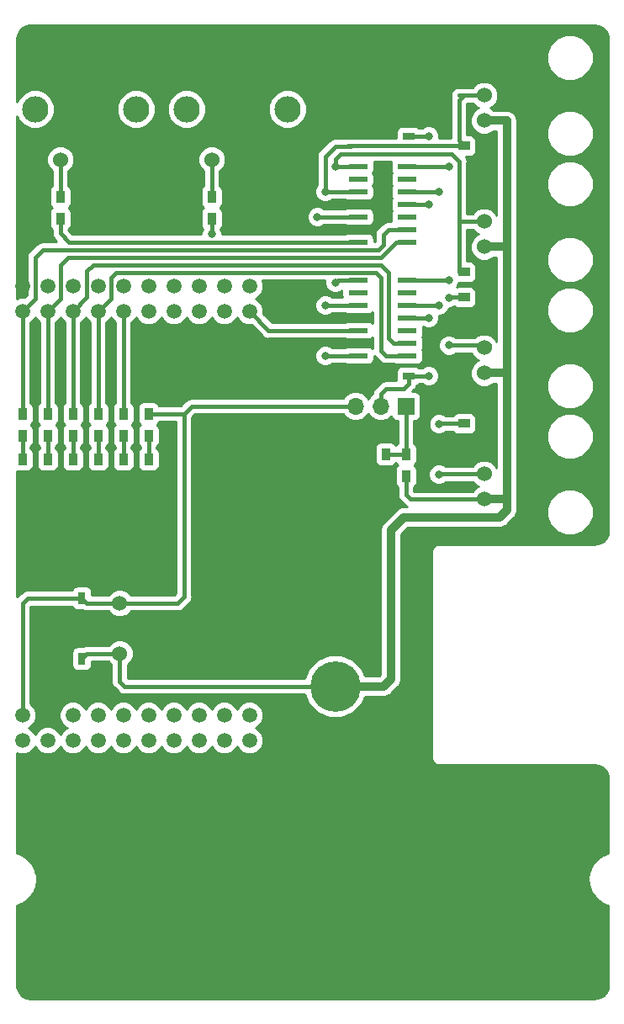
<source format=gbr>
G04 #@! TF.GenerationSoftware,KiCad,Pcbnew,(5.0.0)*
G04 #@! TF.CreationDate,2018-12-17T13:23:09-06:00*
G04 #@! TF.ProjectId,CameraBoard_Hardware,43616D657261426F6172645F48617264,rev?*
G04 #@! TF.SameCoordinates,Original*
G04 #@! TF.FileFunction,Copper,L1,Top,Signal*
G04 #@! TF.FilePolarity,Positive*
%FSLAX46Y46*%
G04 Gerber Fmt 4.6, Leading zero omitted, Abs format (unit mm)*
G04 Created by KiCad (PCBNEW (5.0.0)) date 12/17/18 13:23:09*
%MOMM*%
%LPD*%
G01*
G04 APERTURE LIST*
G04 #@! TA.AperFunction,SMDPad,CuDef*
%ADD10R,1.200000X0.900000*%
G04 #@! TD*
G04 #@! TA.AperFunction,SMDPad,CuDef*
%ADD11R,1.981200X0.533400*%
G04 #@! TD*
G04 #@! TA.AperFunction,SMDPad,CuDef*
%ADD12R,1.200000X0.750000*%
G04 #@! TD*
G04 #@! TA.AperFunction,SMDPad,CuDef*
%ADD13R,0.900000X1.200000*%
G04 #@! TD*
G04 #@! TA.AperFunction,ComponentPad*
%ADD14C,2.641600*%
G04 #@! TD*
G04 #@! TA.AperFunction,ComponentPad*
%ADD15C,1.524000*%
G04 #@! TD*
G04 #@! TA.AperFunction,ComponentPad*
%ADD16C,5.080000*%
G04 #@! TD*
G04 #@! TA.AperFunction,ComponentPad*
%ADD17C,1.520000*%
G04 #@! TD*
G04 #@! TA.AperFunction,ComponentPad*
%ADD18R,1.700000X1.700000*%
G04 #@! TD*
G04 #@! TA.AperFunction,ComponentPad*
%ADD19O,1.700000X1.700000*%
G04 #@! TD*
G04 #@! TA.AperFunction,SMDPad,CuDef*
%ADD20R,0.750000X1.200000*%
G04 #@! TD*
G04 #@! TA.AperFunction,ViaPad*
%ADD21C,0.800000*%
G04 #@! TD*
G04 #@! TA.AperFunction,Conductor*
%ADD22C,0.812800*%
G04 #@! TD*
G04 #@! TA.AperFunction,Conductor*
%ADD23C,0.381000*%
G04 #@! TD*
G04 #@! TA.AperFunction,Conductor*
%ADD24C,0.254000*%
G04 #@! TD*
G04 APERTURE END LIST*
D10*
G04 #@! TO.P,R7,1*
G04 #@! TO.N,GND*
X134280000Y-81762600D03*
G04 #@! TO.P,R7,2*
G04 #@! TO.N,CAM_IN2*
X132080000Y-81762600D03*
G04 #@! TD*
D11*
G04 #@! TO.P,U4,14*
G04 #@! TO.N,CAM_OUT1*
X121412000Y-90170000D03*
G04 #@! TO.P,U4,13*
G04 #@! TO.N,GND*
X121412000Y-88900000D03*
G04 #@! TO.P,U4,12*
G04 #@! TO.N,MUXB_SHDN*
X121412000Y-87630000D03*
G04 #@! TO.P,U4,11*
G04 #@! TO.N,GND*
X121412000Y-86360000D03*
G04 #@! TO.P,U4,10*
G04 #@! TO.N,CAM_IN3*
X121412000Y-85090000D03*
G04 #@! TO.P,U4,9*
G04 #@! TO.N,N/C*
X121412000Y-83820000D03*
G04 #@! TO.P,U4,8*
G04 #@! TO.N,CAM_IN2*
X121412000Y-82550000D03*
G04 #@! TO.P,U4,7*
G04 #@! TO.N,CAM_IN1*
X126339600Y-82550000D03*
G04 #@! TO.P,U4,6*
G04 #@! TO.N,N/C*
X126339600Y-83820000D03*
G04 #@! TO.P,U4,5*
G04 #@! TO.N,CAM_IN0*
X126339600Y-85090000D03*
G04 #@! TO.P,U4,4*
G04 #@! TO.N,/MUX_PWR*
X126339600Y-86360000D03*
G04 #@! TO.P,U4,3*
G04 #@! TO.N,N/C*
X126339600Y-87630000D03*
G04 #@! TO.P,U4,2*
G04 #@! TO.N,MUXB0*
X126339600Y-88900000D03*
G04 #@! TO.P,U4,1*
G04 #@! TO.N,MUXB1*
X126339600Y-90170000D03*
G04 #@! TD*
D12*
G04 #@! TO.P,C3,2*
G04 #@! TO.N,GND*
X124592000Y-68072000D03*
G04 #@! TO.P,C3,1*
G04 #@! TO.N,/MUX_PWR*
X126492000Y-68072000D03*
G04 #@! TD*
G04 #@! TO.P,C4,2*
G04 #@! TO.N,GND*
X124592000Y-92202000D03*
G04 #@! TO.P,C4,1*
G04 #@! TO.N,/MUX_PWR*
X126492000Y-92202000D03*
G04 #@! TD*
D13*
G04 #@! TO.P,D1,1*
G04 #@! TO.N,Net-(D1-Pad1)*
X90168106Y-98212000D03*
G04 #@! TO.P,D1,2*
G04 #@! TO.N,MUXA1*
X90168106Y-96012000D03*
G04 #@! TD*
G04 #@! TO.P,D2,2*
G04 #@! TO.N,MUXA0*
X87630000Y-96012000D03*
G04 #@! TO.P,D2,1*
G04 #@! TO.N,Net-(D2-Pad1)*
X87630000Y-98212000D03*
G04 #@! TD*
G04 #@! TO.P,D3,1*
G04 #@! TO.N,Net-(D3-Pad1)*
X95250000Y-98212000D03*
G04 #@! TO.P,D3,2*
G04 #@! TO.N,MUXB1*
X95250000Y-96012000D03*
G04 #@! TD*
G04 #@! TO.P,D4,2*
G04 #@! TO.N,MUXB0*
X92710000Y-96012000D03*
G04 #@! TO.P,D4,1*
G04 #@! TO.N,Net-(D4-Pad1)*
X92710000Y-98212000D03*
G04 #@! TD*
G04 #@! TO.P,R1,1*
G04 #@! TO.N,Net-(D1-Pad1)*
X90168106Y-100584000D03*
G04 #@! TO.P,R1,2*
G04 #@! TO.N,GND*
X90168106Y-102784000D03*
G04 #@! TD*
G04 #@! TO.P,R2,2*
G04 #@! TO.N,GND*
X87630000Y-102784000D03*
G04 #@! TO.P,R2,1*
G04 #@! TO.N,Net-(D2-Pad1)*
X87630000Y-100584000D03*
G04 #@! TD*
G04 #@! TO.P,R3,2*
G04 #@! TO.N,GND*
X95250000Y-102784000D03*
G04 #@! TO.P,R3,1*
G04 #@! TO.N,Net-(D3-Pad1)*
X95250000Y-100584000D03*
G04 #@! TD*
G04 #@! TO.P,R4,1*
G04 #@! TO.N,Net-(D4-Pad1)*
X92710000Y-100584000D03*
G04 #@! TO.P,R4,2*
G04 #@! TO.N,GND*
X92710000Y-102784000D03*
G04 #@! TD*
D10*
G04 #@! TO.P,R5,1*
G04 #@! TO.N,GND*
X134280000Y-97002600D03*
G04 #@! TO.P,R5,2*
G04 #@! TO.N,CAM_IN0*
X132080000Y-97002600D03*
G04 #@! TD*
G04 #@! TO.P,R6,1*
G04 #@! TO.N,GND*
X134280000Y-84302600D03*
G04 #@! TO.P,R6,2*
G04 #@! TO.N,CAM_IN1*
X132080000Y-84302600D03*
G04 #@! TD*
G04 #@! TO.P,R8,1*
G04 #@! TO.N,GND*
X134280000Y-69062600D03*
G04 #@! TO.P,R8,2*
G04 #@! TO.N,CAM_IN3*
X132080000Y-69062600D03*
G04 #@! TD*
D13*
G04 #@! TO.P,R9,1*
G04 #@! TO.N,CAM_OUT0*
X91440000Y-76368000D03*
G04 #@! TO.P,R9,2*
G04 #@! TO.N,Net-(J1-Pad2)*
X91440000Y-74168000D03*
G04 #@! TD*
G04 #@! TO.P,R10,2*
G04 #@! TO.N,Net-(J2-Pad2)*
X106680000Y-74168000D03*
G04 #@! TO.P,R10,1*
G04 #@! TO.N,CAM_OUT1*
X106680000Y-76368000D03*
G04 #@! TD*
D11*
G04 #@! TO.P,U3,1*
G04 #@! TO.N,MUXA1*
X126339600Y-78740000D03*
G04 #@! TO.P,U3,2*
G04 #@! TO.N,MUXA0*
X126339600Y-77470000D03*
G04 #@! TO.P,U3,3*
G04 #@! TO.N,N/C*
X126339600Y-76200000D03*
G04 #@! TO.P,U3,4*
G04 #@! TO.N,/MUX_PWR*
X126339600Y-74930000D03*
G04 #@! TO.P,U3,5*
G04 #@! TO.N,CAM_IN0*
X126339600Y-73660000D03*
G04 #@! TO.P,U3,6*
G04 #@! TO.N,N/C*
X126339600Y-72390000D03*
G04 #@! TO.P,U3,7*
G04 #@! TO.N,CAM_IN1*
X126339600Y-71120000D03*
G04 #@! TO.P,U3,8*
G04 #@! TO.N,CAM_IN2*
X121412000Y-71120000D03*
G04 #@! TO.P,U3,9*
G04 #@! TO.N,N/C*
X121412000Y-72390000D03*
G04 #@! TO.P,U3,10*
G04 #@! TO.N,CAM_IN3*
X121412000Y-73660000D03*
G04 #@! TO.P,U3,11*
G04 #@! TO.N,GND*
X121412000Y-74930000D03*
G04 #@! TO.P,U3,12*
G04 #@! TO.N,MUXA_SHDN*
X121412000Y-76200000D03*
G04 #@! TO.P,U3,13*
G04 #@! TO.N,GND*
X121412000Y-77470000D03*
G04 #@! TO.P,U3,14*
G04 #@! TO.N,CAM_OUT0*
X121412000Y-78740000D03*
G04 #@! TD*
D14*
G04 #@! TO.P,J1,4*
G04 #@! TO.N,N/C*
X99060000Y-65354200D03*
G04 #@! TO.P,J1,3*
X88900000Y-65354200D03*
D15*
G04 #@! TO.P,J1,2*
G04 #@! TO.N,Net-(J1-Pad2)*
X91440000Y-70434200D03*
G04 #@! TO.P,J1,1*
G04 #@! TO.N,GND*
X93980000Y-70434200D03*
G04 #@! TD*
G04 #@! TO.P,J2,1*
G04 #@! TO.N,GND*
X109220000Y-70434200D03*
G04 #@! TO.P,J2,2*
G04 #@! TO.N,Net-(J2-Pad2)*
X106680000Y-70434200D03*
D14*
G04 #@! TO.P,J2,3*
G04 #@! TO.N,N/C*
X104140000Y-65354200D03*
G04 #@! TO.P,J2,4*
X114300000Y-65354200D03*
G04 #@! TD*
D16*
G04 #@! TO.P,Conn1,1*
G04 #@! TO.N,GND*
X119126000Y-115443000D03*
G04 #@! TO.P,Conn1,2*
G04 #@! TO.N,+12V*
X119126000Y-123444000D03*
G04 #@! TD*
D13*
G04 #@! TO.P,D6,2*
G04 #@! TO.N,SW_ERR*
X97790000Y-96012000D03*
G04 #@! TO.P,D6,1*
G04 #@! TO.N,Net-(D6-Pad1)*
X97790000Y-98212000D03*
G04 #@! TD*
G04 #@! TO.P,R11,2*
G04 #@! TO.N,GND*
X97790000Y-102784000D03*
G04 #@! TO.P,R11,1*
G04 #@! TO.N,Net-(D6-Pad1)*
X97790000Y-100584000D03*
G04 #@! TD*
G04 #@! TO.P,R12,2*
G04 #@! TO.N,+10V*
X126238000Y-100076000D03*
G04 #@! TO.P,R12,1*
G04 #@! TO.N,+12V*
X126238000Y-102276000D03*
G04 #@! TD*
G04 #@! TO.P,R13,1*
G04 #@! TO.N,+10V*
X124206000Y-100076000D03*
G04 #@! TO.P,R13,2*
G04 #@! TO.N,GND*
X124206000Y-102276000D03*
G04 #@! TD*
D17*
G04 #@! TO.P,U1,+5V*
G04 #@! TO.N,+5V*
X87630000Y-126338601D03*
G04 #@! TO.P,U1,GND*
G04 #@! TO.N,GND*
X90170000Y-126338601D03*
G04 #@! TO.P,U1,PE0*
G04 #@! TO.N,N/C*
X92710000Y-126338601D03*
G04 #@! TO.P,U1,PE1*
X95250000Y-126338601D03*
G04 #@! TO.P,U1,PE2*
X97790000Y-126338601D03*
G04 #@! TO.P,U1,PE3*
X100330000Y-126338601D03*
G04 #@! TO.P,U1,PD7*
X102870000Y-126338601D03*
G04 #@! TO.P,U1,PA6*
X105410000Y-126338601D03*
G04 #@! TO.P,U1,PM4*
X107950000Y-126338601D03*
G04 #@! TO.P,U1,PM5*
X110490000Y-126338601D03*
G04 #@! TO.P,U1,+3V3*
X87630000Y-128878601D03*
G04 #@! TO.P,U1,PE4*
X90170000Y-128878601D03*
G04 #@! TO.P,U1,PC4*
X92710000Y-128878601D03*
G04 #@! TO.P,U1,PC5*
X95250000Y-128878601D03*
G04 #@! TO.P,U1,PC6*
X97790000Y-128878601D03*
G04 #@! TO.P,U1,PE5*
X100330000Y-128878601D03*
G04 #@! TO.P,U1,PD3*
X102870000Y-128878601D03*
G04 #@! TO.P,U1,PC7*
X105410000Y-128878601D03*
G04 #@! TO.P,U1,PB2*
X107950000Y-128878601D03*
G04 #@! TO.P,U1,PB3*
X110490000Y-128878601D03*
G04 #@! TO.P,U1,PF1*
G04 #@! TO.N,MUXA0*
X87630000Y-85698601D03*
G04 #@! TO.P,U1,PF2*
G04 #@! TO.N,MUXA1*
X90170000Y-85698601D03*
G04 #@! TO.P,U1,PF3*
G04 #@! TO.N,MUXB0*
X92710000Y-85698601D03*
G04 #@! TO.P,U1,PG0*
G04 #@! TO.N,MUXB1*
X95250000Y-85698601D03*
G04 #@! TO.P,U1,PL4*
G04 #@! TO.N,SW_ERR*
X97790000Y-85698601D03*
G04 #@! TO.P,U1,PL5*
G04 #@! TO.N,N/C*
X100330000Y-85698601D03*
G04 #@! TO.P,U1,PL0*
X102870000Y-85698601D03*
G04 #@! TO.P,U1,PL1*
X105410000Y-85698601D03*
G04 #@! TO.P,U1,PL2*
X107950000Y-85698601D03*
G04 #@! TO.P,U1,PL3*
G04 #@! TO.N,MUXB_SHDN*
X110490000Y-85698601D03*
G04 #@! TO.P,U1,GND*
G04 #@! TO.N,GND*
X87630000Y-83158601D03*
G04 #@! TO.P,U1,PM3*
G04 #@! TO.N,N/C*
X90170000Y-83158601D03*
G04 #@! TO.P,U1,PH2*
X92710000Y-83158601D03*
G04 #@! TO.P,U1,PH3*
X95250000Y-83158601D03*
G04 #@! TO.P,U1,Rese*
X97790000Y-83158601D03*
G04 #@! TO.P,U1,PD1*
X100330000Y-83158601D03*
G04 #@! TO.P,U1,PD0*
X102870000Y-83158601D03*
G04 #@! TO.P,U1,PN2*
X105410000Y-83158601D03*
G04 #@! TO.P,U1,PN3*
X107950000Y-83158601D03*
G04 #@! TO.P,U1,PP2*
G04 #@! TO.N,MUXA_SHDN*
X110490000Y-83158601D03*
G04 #@! TD*
D13*
G04 #@! TO.P,D7,2*
G04 #@! TO.N,+5V*
X100330000Y-96012000D03*
G04 #@! TO.P,D7,1*
G04 #@! TO.N,Net-(D7-Pad1)*
X100330000Y-98212000D03*
G04 #@! TD*
G04 #@! TO.P,R14,2*
G04 #@! TO.N,GND*
X100330000Y-102784000D03*
G04 #@! TO.P,R14,1*
G04 #@! TO.N,Net-(D7-Pad1)*
X100330000Y-100584000D03*
G04 #@! TD*
D15*
G04 #@! TO.P,Conn3,1*
G04 #@! TO.N,GND*
X134112000Y-99542600D03*
G04 #@! TO.P,Conn3,2*
G04 #@! TO.N,CAM_IN0*
X134112000Y-102082600D03*
G04 #@! TO.P,Conn3,3*
G04 #@! TO.N,+12V*
X134112000Y-104622600D03*
G04 #@! TD*
G04 #@! TO.P,Conn4,1*
G04 #@! TO.N,GND*
X134112000Y-86842600D03*
G04 #@! TO.P,Conn4,2*
G04 #@! TO.N,CAM_IN1*
X134112000Y-89382600D03*
G04 #@! TO.P,Conn4,3*
G04 #@! TO.N,+12V*
X134112000Y-91922600D03*
G04 #@! TD*
G04 #@! TO.P,Conn5,3*
G04 #@! TO.N,+12V*
X134112000Y-79222600D03*
G04 #@! TO.P,Conn5,2*
G04 #@! TO.N,CAM_IN2*
X134112000Y-76682600D03*
G04 #@! TO.P,Conn5,1*
G04 #@! TO.N,GND*
X134112000Y-74142600D03*
G04 #@! TD*
G04 #@! TO.P,Conn6,3*
G04 #@! TO.N,+12V*
X134112000Y-66522600D03*
G04 #@! TO.P,Conn6,2*
G04 #@! TO.N,CAM_IN3*
X134112000Y-63982600D03*
G04 #@! TO.P,Conn6,1*
G04 #@! TO.N,GND*
X134112000Y-61442600D03*
G04 #@! TD*
D18*
G04 #@! TO.P,JP1,1*
G04 #@! TO.N,+10V*
X126238000Y-95250000D03*
D19*
G04 #@! TO.P,JP1,2*
G04 #@! TO.N,/MUX_PWR*
X123698000Y-95250000D03*
G04 #@! TO.P,JP1,3*
G04 #@! TO.N,+5V*
X121158000Y-95250000D03*
G04 #@! TD*
D20*
G04 #@! TO.P,C1,1*
G04 #@! TO.N,+12V*
X93599000Y-120650000D03*
G04 #@! TO.P,C1,2*
G04 #@! TO.N,GND*
X93599000Y-118750000D03*
G04 #@! TD*
G04 #@! TO.P,C2,2*
G04 #@! TO.N,GND*
X93599000Y-116459000D03*
G04 #@! TO.P,C2,1*
G04 #@! TO.N,+5V*
X93599000Y-114559000D03*
G04 #@! TD*
D15*
G04 #@! TO.P,U2,1*
G04 #@! TO.N,+12V*
X97409000Y-120142000D03*
G04 #@! TO.P,U2,2*
G04 #@! TO.N,GND*
X97409000Y-117602000D03*
G04 #@! TO.P,U2,3*
G04 #@! TO.N,+5V*
X97409000Y-115062000D03*
G04 #@! TD*
D21*
G04 #@! TO.N,GND*
X100330000Y-107442000D03*
X97790000Y-107442000D03*
X95250000Y-107442000D03*
X90168106Y-107356000D03*
X87628106Y-107397000D03*
X92710000Y-107442000D03*
X116840000Y-88900000D03*
X116078000Y-77470000D03*
X116078000Y-74930000D03*
X134366000Y-70866000D03*
X134280000Y-83058000D03*
X134366000Y-94996000D03*
X116840000Y-86360000D03*
G04 #@! TO.N,CAM_IN0*
X129540000Y-85090000D03*
X129540000Y-73660000D03*
X129547598Y-97028000D03*
X129540000Y-102108000D03*
G04 #@! TO.N,CAM_IN1*
X130556000Y-89128600D03*
X130556000Y-71120000D03*
X130556000Y-82550000D03*
X130556000Y-84328000D03*
G04 #@! TO.N,CAM_IN2*
X119126000Y-82804000D03*
X119126000Y-71120000D03*
G04 #@! TO.N,CAM_IN3*
X118110000Y-73660000D03*
X118110000Y-85090000D03*
G04 #@! TO.N,CAM_OUT1*
X118110000Y-90170000D03*
X106680000Y-77949500D03*
G04 #@! TO.N,MUXA_SHDN*
X117319500Y-76200000D03*
G04 #@! TO.N,/MUX_PWR*
X128524000Y-74930000D03*
X128524000Y-86360000D03*
X128524000Y-92202000D03*
X128524000Y-68072000D03*
G04 #@! TD*
D22*
G04 #@! TO.N,+12V*
X134112000Y-66522600D02*
X136398000Y-66522600D01*
X136398000Y-104622600D02*
X134112000Y-104622600D01*
X134112000Y-91922600D02*
X136398000Y-91922600D01*
X135189630Y-79222600D02*
X136398000Y-79222600D01*
X134112000Y-79222600D02*
X135189630Y-79222600D01*
X136398000Y-66522600D02*
X136398000Y-79222600D01*
X136398000Y-79222600D02*
X136398000Y-91922600D01*
X136398000Y-100812600D02*
X136398000Y-104622600D01*
X136398000Y-91922600D02*
X136398000Y-100812600D01*
D23*
X134112000Y-104622600D02*
X126720600Y-104622600D01*
X126238000Y-104140000D02*
X126238000Y-102276000D01*
X126720600Y-104622600D02*
X126238000Y-104140000D01*
D22*
X136398000Y-104140000D02*
X136398000Y-98552000D01*
X119126000Y-123444000D02*
X123952000Y-123444000D01*
X136398000Y-105664000D02*
X136398000Y-104140000D01*
X124714000Y-122682000D02*
X124714000Y-107696000D01*
X123952000Y-123444000D02*
X124714000Y-122682000D01*
X124714000Y-107696000D02*
X125984000Y-106426000D01*
X125984000Y-106426000D02*
X135636000Y-106426000D01*
X135636000Y-106426000D02*
X136398000Y-105664000D01*
D23*
X114300000Y-123444000D02*
X97917000Y-123444000D01*
X114300000Y-123444000D02*
X113284000Y-123444000D01*
X119126000Y-123444000D02*
X114300000Y-123444000D01*
X97409000Y-122936000D02*
X97409000Y-120142000D01*
X97917000Y-123444000D02*
X97409000Y-122936000D01*
X94107000Y-120142000D02*
X93599000Y-120650000D01*
X97409000Y-120142000D02*
X94107000Y-120142000D01*
G04 #@! TO.N,CAM_IN0*
X126339600Y-85090000D02*
X129540000Y-85090000D01*
X129540000Y-73660000D02*
X126339600Y-73660000D01*
X129572998Y-97002600D02*
X129547598Y-97028000D01*
X132080000Y-97002600D02*
X129572998Y-97002600D01*
X134112000Y-102082600D02*
X129565400Y-102082600D01*
X129565400Y-102082600D02*
X129540000Y-102108000D01*
G04 #@! TO.N,CAM_IN1*
X130556000Y-82550000D02*
X130556000Y-82550000D01*
X134620000Y-89128600D02*
X130556000Y-89128600D01*
X132080000Y-84302600D02*
X131826000Y-84302600D01*
X132080000Y-84302600D02*
X131064000Y-84302600D01*
X130149600Y-71120000D02*
X130556000Y-71120000D01*
X126339600Y-71120000D02*
X130149600Y-71120000D01*
X130556000Y-82550000D02*
X126339600Y-82550000D01*
X130581400Y-84302600D02*
X130556000Y-84328000D01*
X132080000Y-84302600D02*
X130581400Y-84302600D01*
G04 #@! TO.N,CAM_IN2*
X121412000Y-82550000D02*
X119380000Y-82550000D01*
X119380000Y-82550000D02*
X119126000Y-82804000D01*
X119126000Y-71120000D02*
X121412000Y-71120000D01*
X131826000Y-76682600D02*
X131572000Y-76682600D01*
X134112000Y-76682600D02*
X131826000Y-76682600D01*
X131572000Y-80931600D02*
X131572000Y-76682600D01*
X131572000Y-81762600D02*
X131572000Y-80931600D01*
X131572000Y-73634600D02*
X131572000Y-72618600D01*
X131572000Y-75412600D02*
X131572000Y-76682600D01*
X131572000Y-75412600D02*
X131572000Y-76174600D01*
X131572000Y-73634600D02*
X131572000Y-75412600D01*
X119126000Y-70358000D02*
X119126000Y-71120000D01*
X119634000Y-69850000D02*
X119126000Y-70358000D01*
X130810000Y-69850000D02*
X119634000Y-69850000D01*
X131572000Y-73634600D02*
X131572000Y-70612000D01*
X131572000Y-70612000D02*
X130810000Y-69850000D01*
G04 #@! TO.N,CAM_IN3*
X121412000Y-73660000D02*
X119126000Y-73660000D01*
X119126000Y-85090000D02*
X121412000Y-85090000D01*
X121412000Y-73660000D02*
X118110000Y-73660000D01*
X119126000Y-85090000D02*
X118110000Y-85090000D01*
X119126000Y-69088000D02*
X118110000Y-70104000D01*
X118110000Y-73660000D02*
X118110000Y-70104000D01*
X119888000Y-69088000D02*
X119126000Y-69088000D01*
X131572000Y-63982600D02*
X134112000Y-63982600D01*
X131572000Y-64490600D02*
X132080000Y-63982600D01*
X131572000Y-68554600D02*
X131572000Y-64490600D01*
X132080000Y-69062600D02*
X131572000Y-68554600D01*
X120396000Y-69062600D02*
X132080000Y-69062600D01*
X120370600Y-69088000D02*
X120396000Y-69062600D01*
X120370600Y-69088000D02*
X119888000Y-69088000D01*
X120650000Y-69088000D02*
X120370600Y-69088000D01*
G04 #@! TO.N,Net-(D1-Pad1)*
X90168106Y-98212000D02*
X90168106Y-100584000D01*
G04 #@! TO.N,MUXA1*
X125615700Y-78740000D02*
X126339600Y-78740000D01*
X125222000Y-78740000D02*
X126339600Y-78740000D01*
X123698000Y-80264000D02*
X125222000Y-78740000D01*
X92202000Y-80264000D02*
X123698000Y-80264000D01*
X91440000Y-81026000D02*
X92202000Y-80264000D01*
X91440000Y-84428601D02*
X91440000Y-81026000D01*
X90170000Y-85698601D02*
X91440000Y-84428601D01*
X90170000Y-96010106D02*
X90168106Y-96012000D01*
X90170000Y-85698601D02*
X90170000Y-96010106D01*
G04 #@! TO.N,MUXA0*
X87630000Y-85698601D02*
X88900000Y-84428601D01*
X88900000Y-84428601D02*
X88900000Y-80264000D01*
X88900000Y-80264000D02*
X89662000Y-79502000D01*
X111506000Y-79502000D02*
X111760000Y-79502000D01*
X89662000Y-79502000D02*
X111506000Y-79502000D01*
X124714000Y-77470000D02*
X126339600Y-77470000D01*
X122174000Y-79502000D02*
X123444000Y-79502000D01*
X122174000Y-79502000D02*
X122682000Y-79502000D01*
X111506000Y-79502000D02*
X122174000Y-79502000D01*
X123444000Y-79502000D02*
X123952000Y-78994000D01*
X123952000Y-78994000D02*
X123952000Y-77978000D01*
X124460000Y-77470000D02*
X124714000Y-77470000D01*
X123952000Y-77978000D02*
X124460000Y-77470000D01*
X87630000Y-85698601D02*
X87630000Y-96012000D01*
G04 #@! TO.N,Net-(D2-Pad1)*
X87630000Y-98212000D02*
X87630000Y-100584000D01*
G04 #@! TO.N,Net-(D3-Pad1)*
X95250000Y-98212000D02*
X95250000Y-100584000D01*
G04 #@! TO.N,MUXB1*
X124206000Y-90170000D02*
X126339600Y-90170000D01*
X123698000Y-89662000D02*
X124206000Y-90170000D01*
X96520000Y-84428601D02*
X96520000Y-82296000D01*
X96520000Y-82296000D02*
X97028000Y-81788000D01*
X95250000Y-85698601D02*
X96520000Y-84428601D01*
X123190000Y-81788000D02*
X123698000Y-82296000D01*
X97028000Y-81788000D02*
X123190000Y-81788000D01*
X123698000Y-82296000D02*
X123698000Y-89662000D01*
X95250000Y-85698601D02*
X95250000Y-96012000D01*
G04 #@! TO.N,MUXB0*
X94099499Y-84309102D02*
X94099499Y-81668501D01*
X92710000Y-85698601D02*
X94099499Y-84309102D01*
X94099499Y-81668501D02*
X94742000Y-81026000D01*
X94742000Y-81026000D02*
X111760000Y-81026000D01*
X111760000Y-81026000D02*
X115570000Y-81026000D01*
X121666000Y-81026000D02*
X122174000Y-81026000D01*
X115570000Y-81026000D02*
X121666000Y-81026000D01*
X122233672Y-81026000D02*
X121666000Y-81026000D01*
X123698000Y-81026000D02*
X122233672Y-81026000D01*
X124460000Y-81788000D02*
X123698000Y-81026000D01*
X124460000Y-88392000D02*
X124460000Y-81788000D01*
X126339600Y-88900000D02*
X124968000Y-88900000D01*
X124968000Y-88900000D02*
X124460000Y-88392000D01*
X92710000Y-86773403D02*
X92710000Y-96012000D01*
X92710000Y-85698601D02*
X92710000Y-86773403D01*
G04 #@! TO.N,Net-(D4-Pad1)*
X92710000Y-98212000D02*
X92710000Y-100584000D01*
G04 #@! TO.N,Net-(J1-Pad2)*
X91440000Y-70434200D02*
X91440000Y-74168000D01*
G04 #@! TO.N,Net-(J2-Pad2)*
X106680000Y-70434200D02*
X106680000Y-74168000D01*
G04 #@! TO.N,CAM_OUT0*
X100076000Y-78740000D02*
X95758000Y-78740000D01*
X121412000Y-78740000D02*
X100076000Y-78740000D01*
X92306000Y-78740000D02*
X100076000Y-78740000D01*
X91440000Y-76368000D02*
X91440000Y-77874000D01*
X91440000Y-77874000D02*
X92306000Y-78740000D01*
G04 #@! TO.N,CAM_OUT1*
X121412000Y-90170000D02*
X118110000Y-90170000D01*
X106680000Y-76368000D02*
X106680000Y-77216000D01*
X106680000Y-77949500D02*
X106680000Y-77216000D01*
X106680000Y-77216000D02*
X106680000Y-76708000D01*
G04 #@! TO.N,MUXB_SHDN*
X121412000Y-87630000D02*
X120040400Y-87630000D01*
X121412000Y-87630000D02*
X118110000Y-87630000D01*
X112421399Y-87630000D02*
X110490000Y-85698601D01*
X112776000Y-87630000D02*
X112421399Y-87630000D01*
X112776000Y-87630000D02*
X121412000Y-87630000D01*
G04 #@! TO.N,MUXA_SHDN*
X121412000Y-76200000D02*
X120040400Y-76200000D01*
X117348000Y-76200000D02*
X117319500Y-76200000D01*
X120040400Y-76200000D02*
X117319500Y-76200000D01*
G04 #@! TO.N,+5V*
X106172000Y-95250000D02*
X104648000Y-95250000D01*
X106172000Y-95250000D02*
X104902000Y-95250000D01*
X121158000Y-95250000D02*
X106172000Y-95250000D01*
X104648000Y-95250000D02*
X103886000Y-96012000D01*
X102616000Y-96012000D02*
X103886000Y-96012000D01*
X102616000Y-96012000D02*
X103378000Y-96012000D01*
X100330000Y-96012000D02*
X102616000Y-96012000D01*
X103886000Y-96774000D02*
X103886000Y-96012000D01*
X103886000Y-96520000D02*
X103886000Y-96774000D01*
X88133000Y-114559000D02*
X87630000Y-115062000D01*
X93599000Y-114559000D02*
X88133000Y-114559000D01*
X87630000Y-126338601D02*
X87630000Y-115062000D01*
X103886000Y-96774000D02*
X103886000Y-114427000D01*
X103251000Y-115062000D02*
X97409000Y-115062000D01*
X103886000Y-114427000D02*
X103251000Y-115062000D01*
X94102000Y-115062000D02*
X93599000Y-114559000D01*
X97409000Y-115062000D02*
X94102000Y-115062000D01*
G04 #@! TO.N,SW_ERR*
X97790000Y-86773403D02*
X97790000Y-96012000D01*
X97790000Y-85698601D02*
X97790000Y-86773403D01*
G04 #@! TO.N,Net-(D6-Pad1)*
X97790000Y-98212000D02*
X97790000Y-100584000D01*
G04 #@! TO.N,+10V*
X126238000Y-95250000D02*
X126238000Y-100076000D01*
X124206000Y-100076000D02*
X126238000Y-100076000D01*
G04 #@! TO.N,Net-(D7-Pad1)*
X100330000Y-98212000D02*
X100330000Y-100584000D01*
G04 #@! TO.N,/MUX_PWR*
X126339600Y-74930000D02*
X128524000Y-74930000D01*
X126339600Y-86360000D02*
X128524000Y-86360000D01*
X128524000Y-92202000D02*
X126492000Y-92202000D01*
X123698000Y-94047919D02*
X124273919Y-93472000D01*
X123698000Y-95250000D02*
X123698000Y-94047919D01*
X124273919Y-93472000D02*
X125984000Y-93472000D01*
X126492000Y-92964000D02*
X126492000Y-92202000D01*
X125984000Y-93472000D02*
X126492000Y-92964000D01*
X128524000Y-68072000D02*
X126492000Y-68072000D01*
G04 #@! TD*
D24*
G04 #@! TO.N,GND*
G36*
X145657009Y-57005690D02*
X145996352Y-57159981D01*
X146278752Y-57403312D01*
X146481506Y-57716123D01*
X146595348Y-58096784D01*
X146610000Y-58293950D01*
X146610001Y-107747012D01*
X146549910Y-108166609D01*
X146395619Y-108505952D01*
X146152288Y-108788352D01*
X145839479Y-108991106D01*
X145458815Y-109104948D01*
X145261649Y-109119600D01*
X129609925Y-109119600D01*
X129540000Y-109105691D01*
X129470074Y-109119600D01*
X129262972Y-109160795D01*
X129028119Y-109317719D01*
X128871195Y-109552572D01*
X128816091Y-109829600D01*
X128830000Y-109899526D01*
X128830001Y-130587669D01*
X128816091Y-130657600D01*
X128871195Y-130934628D01*
X129028119Y-131169481D01*
X129262972Y-131326405D01*
X129470074Y-131367600D01*
X129470075Y-131367600D01*
X129540000Y-131381509D01*
X129609926Y-131367600D01*
X145237419Y-131367600D01*
X145657009Y-131427690D01*
X145996352Y-131581981D01*
X146278752Y-131825312D01*
X146481506Y-132138123D01*
X146595348Y-132518784D01*
X146610001Y-132715963D01*
X146610000Y-140221360D01*
X146264241Y-140324764D01*
X146176769Y-140365182D01*
X146088806Y-140404529D01*
X146081502Y-140409201D01*
X146081498Y-140409203D01*
X146081499Y-140409203D01*
X145598040Y-140722566D01*
X145525447Y-140785893D01*
X145452045Y-140848363D01*
X145446343Y-140854900D01*
X145070266Y-141291359D01*
X145018347Y-141372542D01*
X144965446Y-141453075D01*
X144961808Y-141460950D01*
X144723347Y-141985417D01*
X144696300Y-142077909D01*
X144668129Y-142170052D01*
X144666847Y-142178631D01*
X144585171Y-142748946D01*
X144585171Y-142821366D01*
X144579362Y-142893563D01*
X144579952Y-142902218D01*
X144602272Y-143202566D01*
X144617826Y-143273311D01*
X144627654Y-143345055D01*
X144630088Y-143353381D01*
X144795164Y-143905358D01*
X144835591Y-143992850D01*
X144874930Y-144080794D01*
X144879603Y-144088101D01*
X145192966Y-144571561D01*
X145256328Y-144644194D01*
X145318763Y-144717555D01*
X145325296Y-144723254D01*
X145325300Y-144723258D01*
X145325305Y-144723261D01*
X145761759Y-145099334D01*
X145842942Y-145151253D01*
X145923475Y-145204154D01*
X145931346Y-145207790D01*
X145931349Y-145207792D01*
X145931352Y-145207793D01*
X146455817Y-145446253D01*
X146548309Y-145473300D01*
X146610000Y-145492161D01*
X146610001Y-153467012D01*
X146549910Y-153886609D01*
X146395619Y-154225952D01*
X146152288Y-154508352D01*
X145839479Y-154711106D01*
X145458815Y-154824948D01*
X145261649Y-154839600D01*
X88442581Y-154839600D01*
X88022991Y-154779510D01*
X87683648Y-154625219D01*
X87401248Y-154381888D01*
X87198494Y-154069079D01*
X87084652Y-153688415D01*
X87070000Y-153491249D01*
X87070000Y-145477839D01*
X87415758Y-145374436D01*
X87503250Y-145334009D01*
X87591194Y-145294670D01*
X87598498Y-145289999D01*
X87598502Y-145289997D01*
X88081961Y-144976634D01*
X88154594Y-144913272D01*
X88227955Y-144850837D01*
X88233654Y-144844304D01*
X88233658Y-144844300D01*
X88233661Y-144844295D01*
X88609734Y-144407841D01*
X88661653Y-144326658D01*
X88714554Y-144246125D01*
X88718192Y-144238250D01*
X88956653Y-143713783D01*
X88983700Y-143621291D01*
X89011871Y-143529148D01*
X89013153Y-143520569D01*
X89094829Y-142950253D01*
X89094829Y-142877833D01*
X89100638Y-142805636D01*
X89100048Y-142796982D01*
X89077728Y-142496633D01*
X89062174Y-142425888D01*
X89052346Y-142354144D01*
X89049912Y-142345819D01*
X88884836Y-141793841D01*
X88844418Y-141706369D01*
X88805071Y-141618406D01*
X88800397Y-141611099D01*
X88487034Y-141127640D01*
X88423707Y-141055047D01*
X88361237Y-140981645D01*
X88354700Y-140975943D01*
X87918241Y-140599866D01*
X87837058Y-140547947D01*
X87756525Y-140495046D01*
X87748654Y-140491410D01*
X87748651Y-140491408D01*
X87748648Y-140491407D01*
X87224183Y-140252947D01*
X87131691Y-140225900D01*
X87070000Y-140207039D01*
X87070000Y-130156579D01*
X87352517Y-130273601D01*
X87907483Y-130273601D01*
X88420204Y-130061225D01*
X88812624Y-129668805D01*
X88900000Y-129457861D01*
X88987376Y-129668805D01*
X89379796Y-130061225D01*
X89892517Y-130273601D01*
X90447483Y-130273601D01*
X90960204Y-130061225D01*
X91352624Y-129668805D01*
X91440000Y-129457861D01*
X91527376Y-129668805D01*
X91919796Y-130061225D01*
X92432517Y-130273601D01*
X92987483Y-130273601D01*
X93500204Y-130061225D01*
X93892624Y-129668805D01*
X93980000Y-129457861D01*
X94067376Y-129668805D01*
X94459796Y-130061225D01*
X94972517Y-130273601D01*
X95527483Y-130273601D01*
X96040204Y-130061225D01*
X96432624Y-129668805D01*
X96520000Y-129457861D01*
X96607376Y-129668805D01*
X96999796Y-130061225D01*
X97512517Y-130273601D01*
X98067483Y-130273601D01*
X98580204Y-130061225D01*
X98972624Y-129668805D01*
X99060000Y-129457861D01*
X99147376Y-129668805D01*
X99539796Y-130061225D01*
X100052517Y-130273601D01*
X100607483Y-130273601D01*
X101120204Y-130061225D01*
X101512624Y-129668805D01*
X101600000Y-129457861D01*
X101687376Y-129668805D01*
X102079796Y-130061225D01*
X102592517Y-130273601D01*
X103147483Y-130273601D01*
X103660204Y-130061225D01*
X104052624Y-129668805D01*
X104140000Y-129457861D01*
X104227376Y-129668805D01*
X104619796Y-130061225D01*
X105132517Y-130273601D01*
X105687483Y-130273601D01*
X106200204Y-130061225D01*
X106592624Y-129668805D01*
X106680000Y-129457861D01*
X106767376Y-129668805D01*
X107159796Y-130061225D01*
X107672517Y-130273601D01*
X108227483Y-130273601D01*
X108740204Y-130061225D01*
X109132624Y-129668805D01*
X109220000Y-129457861D01*
X109307376Y-129668805D01*
X109699796Y-130061225D01*
X110212517Y-130273601D01*
X110767483Y-130273601D01*
X111280204Y-130061225D01*
X111672624Y-129668805D01*
X111885000Y-129156084D01*
X111885000Y-128601118D01*
X111672624Y-128088397D01*
X111280204Y-127695977D01*
X111069260Y-127608601D01*
X111280204Y-127521225D01*
X111672624Y-127128805D01*
X111885000Y-126616084D01*
X111885000Y-126061118D01*
X111672624Y-125548397D01*
X111280204Y-125155977D01*
X110767483Y-124943601D01*
X110212517Y-124943601D01*
X109699796Y-125155977D01*
X109307376Y-125548397D01*
X109220000Y-125759341D01*
X109132624Y-125548397D01*
X108740204Y-125155977D01*
X108227483Y-124943601D01*
X107672517Y-124943601D01*
X107159796Y-125155977D01*
X106767376Y-125548397D01*
X106680000Y-125759341D01*
X106592624Y-125548397D01*
X106200204Y-125155977D01*
X105687483Y-124943601D01*
X105132517Y-124943601D01*
X104619796Y-125155977D01*
X104227376Y-125548397D01*
X104140000Y-125759341D01*
X104052624Y-125548397D01*
X103660204Y-125155977D01*
X103147483Y-124943601D01*
X102592517Y-124943601D01*
X102079796Y-125155977D01*
X101687376Y-125548397D01*
X101600000Y-125759341D01*
X101512624Y-125548397D01*
X101120204Y-125155977D01*
X100607483Y-124943601D01*
X100052517Y-124943601D01*
X99539796Y-125155977D01*
X99147376Y-125548397D01*
X99060000Y-125759341D01*
X98972624Y-125548397D01*
X98580204Y-125155977D01*
X98067483Y-124943601D01*
X97512517Y-124943601D01*
X96999796Y-125155977D01*
X96607376Y-125548397D01*
X96520000Y-125759341D01*
X96432624Y-125548397D01*
X96040204Y-125155977D01*
X95527483Y-124943601D01*
X94972517Y-124943601D01*
X94459796Y-125155977D01*
X94067376Y-125548397D01*
X93980000Y-125759341D01*
X93892624Y-125548397D01*
X93500204Y-125155977D01*
X92987483Y-124943601D01*
X92432517Y-124943601D01*
X91919796Y-125155977D01*
X91527376Y-125548397D01*
X91315000Y-126061118D01*
X91315000Y-126616084D01*
X91527376Y-127128805D01*
X91919796Y-127521225D01*
X92130740Y-127608601D01*
X91919796Y-127695977D01*
X91527376Y-128088397D01*
X91440000Y-128299341D01*
X91352624Y-128088397D01*
X90960204Y-127695977D01*
X90447483Y-127483601D01*
X89892517Y-127483601D01*
X89379796Y-127695977D01*
X88987376Y-128088397D01*
X88900000Y-128299341D01*
X88812624Y-128088397D01*
X88420204Y-127695977D01*
X88209260Y-127608601D01*
X88420204Y-127521225D01*
X88812624Y-127128805D01*
X89025000Y-126616084D01*
X89025000Y-126061118D01*
X88812624Y-125548397D01*
X88455500Y-125191273D01*
X88455500Y-115403932D01*
X88474933Y-115384500D01*
X92621414Y-115384500D01*
X92625843Y-115406765D01*
X92766191Y-115616809D01*
X92976235Y-115757157D01*
X93224000Y-115806440D01*
X93730273Y-115806440D01*
X93779906Y-115839604D01*
X94020697Y-115887500D01*
X94020701Y-115887500D01*
X94101999Y-115903671D01*
X94183297Y-115887500D01*
X96258843Y-115887500D01*
X96617663Y-116246320D01*
X97131119Y-116459000D01*
X97686881Y-116459000D01*
X98200337Y-116246320D01*
X98559157Y-115887500D01*
X103169699Y-115887500D01*
X103251000Y-115903672D01*
X103332301Y-115887500D01*
X103332303Y-115887500D01*
X103573094Y-115839604D01*
X103846152Y-115657152D01*
X103892209Y-115588223D01*
X104412226Y-115068207D01*
X104481152Y-115022152D01*
X104663604Y-114749094D01*
X104711500Y-114508303D01*
X104727672Y-114427000D01*
X104711500Y-114345697D01*
X104711500Y-96353932D01*
X104989933Y-96075500D01*
X119923588Y-96075500D01*
X120087375Y-96320625D01*
X120578582Y-96648839D01*
X121011744Y-96735000D01*
X121304256Y-96735000D01*
X121737418Y-96648839D01*
X122228625Y-96320625D01*
X122428000Y-96022239D01*
X122627375Y-96320625D01*
X123118582Y-96648839D01*
X123551744Y-96735000D01*
X123844256Y-96735000D01*
X124277418Y-96648839D01*
X124768625Y-96320625D01*
X124780816Y-96302381D01*
X124789843Y-96347765D01*
X124930191Y-96557809D01*
X125140235Y-96698157D01*
X125388000Y-96747440D01*
X125412500Y-96747440D01*
X125412501Y-98963193D01*
X125330191Y-99018191D01*
X125222000Y-99180109D01*
X125113809Y-99018191D01*
X124903765Y-98877843D01*
X124656000Y-98828560D01*
X123756000Y-98828560D01*
X123508235Y-98877843D01*
X123298191Y-99018191D01*
X123157843Y-99228235D01*
X123108560Y-99476000D01*
X123108560Y-100676000D01*
X123157843Y-100923765D01*
X123298191Y-101133809D01*
X123508235Y-101274157D01*
X123756000Y-101323440D01*
X124656000Y-101323440D01*
X124903765Y-101274157D01*
X125113809Y-101133809D01*
X125222000Y-100971891D01*
X125330191Y-101133809D01*
X125393334Y-101176000D01*
X125330191Y-101218191D01*
X125189843Y-101428235D01*
X125140560Y-101676000D01*
X125140560Y-102876000D01*
X125189843Y-103123765D01*
X125330191Y-103333809D01*
X125412500Y-103388807D01*
X125412500Y-104058698D01*
X125396328Y-104140000D01*
X125412500Y-104221301D01*
X125412500Y-104221302D01*
X125460396Y-104462093D01*
X125642848Y-104735152D01*
X125711776Y-104781209D01*
X126079393Y-105148825D01*
X126125448Y-105217752D01*
X126375153Y-105384600D01*
X126086562Y-105384600D01*
X125983999Y-105364199D01*
X125881436Y-105384600D01*
X125881432Y-105384600D01*
X125577666Y-105445023D01*
X125461670Y-105522529D01*
X125320145Y-105617093D01*
X125320144Y-105617094D01*
X125233193Y-105675193D01*
X125175094Y-105762144D01*
X124050144Y-106887094D01*
X123963194Y-106945193D01*
X123905095Y-107032144D01*
X123905093Y-107032146D01*
X123733023Y-107289667D01*
X123652199Y-107696000D01*
X123672601Y-107798569D01*
X123672600Y-122250638D01*
X123520639Y-122402600D01*
X122131233Y-122402600D01*
X121817635Y-121645507D01*
X120924493Y-120752365D01*
X119757547Y-120269000D01*
X118494453Y-120269000D01*
X117327507Y-120752365D01*
X116434365Y-121645507D01*
X116031338Y-122618500D01*
X98258933Y-122618500D01*
X98234500Y-122594068D01*
X98234500Y-121292157D01*
X98593320Y-120933337D01*
X98806000Y-120419881D01*
X98806000Y-119864119D01*
X98593320Y-119350663D01*
X98200337Y-118957680D01*
X97686881Y-118745000D01*
X97131119Y-118745000D01*
X96617663Y-118957680D01*
X96258843Y-119316500D01*
X94188297Y-119316500D01*
X94106999Y-119300329D01*
X94025701Y-119316500D01*
X94025697Y-119316500D01*
X93784906Y-119364396D01*
X93727790Y-119402560D01*
X93224000Y-119402560D01*
X92976235Y-119451843D01*
X92766191Y-119592191D01*
X92625843Y-119802235D01*
X92576560Y-120050000D01*
X92576560Y-121250000D01*
X92625843Y-121497765D01*
X92766191Y-121707809D01*
X92976235Y-121848157D01*
X93224000Y-121897440D01*
X93974000Y-121897440D01*
X94221765Y-121848157D01*
X94431809Y-121707809D01*
X94572157Y-121497765D01*
X94621440Y-121250000D01*
X94621440Y-120967500D01*
X96258843Y-120967500D01*
X96583501Y-121292158D01*
X96583500Y-122854698D01*
X96567328Y-122936000D01*
X96583500Y-123017301D01*
X96583500Y-123017302D01*
X96631396Y-123258093D01*
X96813848Y-123531152D01*
X96882776Y-123577209D01*
X97275793Y-123970225D01*
X97321848Y-124039152D01*
X97594906Y-124221604D01*
X97835697Y-124269500D01*
X97835701Y-124269500D01*
X97916999Y-124285671D01*
X97998297Y-124269500D01*
X116031338Y-124269500D01*
X116434365Y-125242493D01*
X117327507Y-126135635D01*
X118494453Y-126619000D01*
X119757547Y-126619000D01*
X120924493Y-126135635D01*
X121817635Y-125242493D01*
X122131233Y-124485400D01*
X123849436Y-124485400D01*
X123952000Y-124505801D01*
X124054564Y-124485400D01*
X124054568Y-124485400D01*
X124358334Y-124424977D01*
X124702807Y-124194807D01*
X124760907Y-124107854D01*
X125377856Y-123490906D01*
X125464807Y-123432807D01*
X125581548Y-123258093D01*
X125694977Y-123088334D01*
X125705055Y-123037667D01*
X125755400Y-122784568D01*
X125755400Y-122784564D01*
X125775801Y-122682000D01*
X125755400Y-122579436D01*
X125755400Y-108127361D01*
X126415362Y-107467400D01*
X135533436Y-107467400D01*
X135636000Y-107487801D01*
X135738564Y-107467400D01*
X135738568Y-107467400D01*
X136042334Y-107406977D01*
X136386807Y-107176807D01*
X136444907Y-107089854D01*
X137061856Y-106472906D01*
X137148807Y-106414807D01*
X137378977Y-106070334D01*
X137439400Y-105766568D01*
X137439400Y-105766564D01*
X137459801Y-105664000D01*
X137439400Y-105561436D01*
X137439400Y-105423167D01*
X140388000Y-105423167D01*
X140388000Y-106362033D01*
X140747289Y-107229433D01*
X141411167Y-107893311D01*
X142278567Y-108252600D01*
X143217433Y-108252600D01*
X144084833Y-107893311D01*
X144748711Y-107229433D01*
X145108000Y-106362033D01*
X145108000Y-105423167D01*
X144748711Y-104555767D01*
X144084833Y-103891889D01*
X143217433Y-103532600D01*
X142278567Y-103532600D01*
X141411167Y-103891889D01*
X140747289Y-104555767D01*
X140388000Y-105423167D01*
X137439400Y-105423167D01*
X137439400Y-104725168D01*
X137459802Y-104622600D01*
X137439400Y-104520032D01*
X137439400Y-97803167D01*
X140388000Y-97803167D01*
X140388000Y-98742033D01*
X140747289Y-99609433D01*
X141411167Y-100273311D01*
X142278567Y-100632600D01*
X143217433Y-100632600D01*
X144084833Y-100273311D01*
X144748711Y-99609433D01*
X145108000Y-98742033D01*
X145108000Y-97803167D01*
X144748711Y-96935767D01*
X144084833Y-96271889D01*
X143217433Y-95912600D01*
X142278567Y-95912600D01*
X141411167Y-96271889D01*
X140747289Y-96935767D01*
X140388000Y-97803167D01*
X137439400Y-97803167D01*
X137439400Y-92723167D01*
X140388000Y-92723167D01*
X140388000Y-93662033D01*
X140747289Y-94529433D01*
X141411167Y-95193311D01*
X142278567Y-95552600D01*
X143217433Y-95552600D01*
X144084833Y-95193311D01*
X144748711Y-94529433D01*
X145108000Y-93662033D01*
X145108000Y-92723167D01*
X144748711Y-91855767D01*
X144084833Y-91191889D01*
X143217433Y-90832600D01*
X142278567Y-90832600D01*
X141411167Y-91191889D01*
X140747289Y-91855767D01*
X140388000Y-92723167D01*
X137439400Y-92723167D01*
X137439400Y-92025168D01*
X137459802Y-91922600D01*
X137439400Y-91820032D01*
X137439400Y-85103167D01*
X140388000Y-85103167D01*
X140388000Y-86042033D01*
X140747289Y-86909433D01*
X141411167Y-87573311D01*
X142278567Y-87932600D01*
X143217433Y-87932600D01*
X144084833Y-87573311D01*
X144748711Y-86909433D01*
X145108000Y-86042033D01*
X145108000Y-85103167D01*
X144748711Y-84235767D01*
X144084833Y-83571889D01*
X143217433Y-83212600D01*
X142278567Y-83212600D01*
X141411167Y-83571889D01*
X140747289Y-84235767D01*
X140388000Y-85103167D01*
X137439400Y-85103167D01*
X137439400Y-80023167D01*
X140388000Y-80023167D01*
X140388000Y-80962033D01*
X140747289Y-81829433D01*
X141411167Y-82493311D01*
X142278567Y-82852600D01*
X143217433Y-82852600D01*
X144084833Y-82493311D01*
X144748711Y-81829433D01*
X145108000Y-80962033D01*
X145108000Y-80023167D01*
X144748711Y-79155767D01*
X144084833Y-78491889D01*
X143217433Y-78132600D01*
X142278567Y-78132600D01*
X141411167Y-78491889D01*
X140747289Y-79155767D01*
X140388000Y-80023167D01*
X137439400Y-80023167D01*
X137439400Y-79325168D01*
X137459802Y-79222600D01*
X137439400Y-79120032D01*
X137439400Y-72403167D01*
X140388000Y-72403167D01*
X140388000Y-73342033D01*
X140747289Y-74209433D01*
X141411167Y-74873311D01*
X142278567Y-75232600D01*
X143217433Y-75232600D01*
X144084833Y-74873311D01*
X144748711Y-74209433D01*
X145108000Y-73342033D01*
X145108000Y-72403167D01*
X144748711Y-71535767D01*
X144084833Y-70871889D01*
X143217433Y-70512600D01*
X142278567Y-70512600D01*
X141411167Y-70871889D01*
X140747289Y-71535767D01*
X140388000Y-72403167D01*
X137439400Y-72403167D01*
X137439400Y-67323167D01*
X140388000Y-67323167D01*
X140388000Y-68262033D01*
X140747289Y-69129433D01*
X141411167Y-69793311D01*
X142278567Y-70152600D01*
X143217433Y-70152600D01*
X144084833Y-69793311D01*
X144748711Y-69129433D01*
X145108000Y-68262033D01*
X145108000Y-67323167D01*
X144748711Y-66455767D01*
X144084833Y-65791889D01*
X143217433Y-65432600D01*
X142278567Y-65432600D01*
X141411167Y-65791889D01*
X140747289Y-66455767D01*
X140388000Y-67323167D01*
X137439400Y-67323167D01*
X137439400Y-66625168D01*
X137459802Y-66522600D01*
X137378977Y-66116266D01*
X137148807Y-65771793D01*
X136804334Y-65541623D01*
X136500568Y-65481200D01*
X136500567Y-65481200D01*
X136398000Y-65460798D01*
X136295432Y-65481200D01*
X135046257Y-65481200D01*
X134903337Y-65338280D01*
X134696487Y-65252600D01*
X134903337Y-65166920D01*
X135296320Y-64773937D01*
X135509000Y-64260481D01*
X135509000Y-63704719D01*
X135296320Y-63191263D01*
X134903337Y-62798280D01*
X134389881Y-62585600D01*
X133834119Y-62585600D01*
X133320663Y-62798280D01*
X132961843Y-63157100D01*
X132161297Y-63157100D01*
X132079999Y-63140929D01*
X131998701Y-63157100D01*
X131490697Y-63157100D01*
X131249906Y-63204996D01*
X130976848Y-63387448D01*
X130794396Y-63660506D01*
X130730328Y-63982600D01*
X130780852Y-64236602D01*
X130730328Y-64490600D01*
X130746501Y-64571906D01*
X130746500Y-68237100D01*
X129559000Y-68237100D01*
X129559000Y-67866126D01*
X129401431Y-67485720D01*
X129110280Y-67194569D01*
X128729874Y-67037000D01*
X128318126Y-67037000D01*
X127937720Y-67194569D01*
X127885789Y-67246500D01*
X127554693Y-67246500D01*
X127549809Y-67239191D01*
X127339765Y-67098843D01*
X127092000Y-67049560D01*
X125892000Y-67049560D01*
X125644235Y-67098843D01*
X125434191Y-67239191D01*
X125293843Y-67449235D01*
X125244560Y-67697000D01*
X125244560Y-68237100D01*
X120477301Y-68237100D01*
X120395999Y-68220928D01*
X120314698Y-68237100D01*
X120314697Y-68237100D01*
X120187002Y-68262500D01*
X119207301Y-68262500D01*
X119126000Y-68246328D01*
X119044698Y-68262500D01*
X119044697Y-68262500D01*
X118803906Y-68310396D01*
X118530848Y-68492848D01*
X118484793Y-68561774D01*
X117583775Y-69462793D01*
X117514849Y-69508848D01*
X117468794Y-69577774D01*
X117332397Y-69781906D01*
X117268328Y-70104000D01*
X117284501Y-70185306D01*
X117284500Y-73021789D01*
X117232569Y-73073720D01*
X117075000Y-73454126D01*
X117075000Y-73865874D01*
X117232569Y-74246280D01*
X117523720Y-74537431D01*
X117904126Y-74695000D01*
X118315874Y-74695000D01*
X118696280Y-74537431D01*
X118748211Y-74485500D01*
X120114734Y-74485500D01*
X120173635Y-74524857D01*
X120421400Y-74574140D01*
X122402600Y-74574140D01*
X122650365Y-74524857D01*
X122860409Y-74384509D01*
X123000757Y-74174465D01*
X123050040Y-73926700D01*
X123050040Y-73393300D01*
X123000757Y-73145535D01*
X122920217Y-73025000D01*
X123000757Y-72904465D01*
X123050040Y-72656700D01*
X123050040Y-72123300D01*
X123000757Y-71875535D01*
X122920217Y-71755000D01*
X123000757Y-71634465D01*
X123050040Y-71386700D01*
X123050040Y-70853300D01*
X123014674Y-70675500D01*
X124736926Y-70675500D01*
X124701560Y-70853300D01*
X124701560Y-71386700D01*
X124750843Y-71634465D01*
X124831383Y-71755000D01*
X124750843Y-71875535D01*
X124701560Y-72123300D01*
X124701560Y-72656700D01*
X124750843Y-72904465D01*
X124831383Y-73025000D01*
X124750843Y-73145535D01*
X124701560Y-73393300D01*
X124701560Y-73926700D01*
X124750843Y-74174465D01*
X124831383Y-74295000D01*
X124750843Y-74415535D01*
X124701560Y-74663300D01*
X124701560Y-75196700D01*
X124750843Y-75444465D01*
X124831383Y-75565000D01*
X124750843Y-75685535D01*
X124701560Y-75933300D01*
X124701560Y-76466700D01*
X124736926Y-76644500D01*
X124541297Y-76644500D01*
X124459999Y-76628329D01*
X124378701Y-76644500D01*
X124378697Y-76644500D01*
X124137906Y-76692396D01*
X123864848Y-76874848D01*
X123818793Y-76943775D01*
X123425774Y-77336793D01*
X123356849Y-77382848D01*
X123310794Y-77451774D01*
X123174397Y-77655906D01*
X123110328Y-77978000D01*
X123126501Y-78059306D01*
X123126500Y-78652067D01*
X123102068Y-78676500D01*
X123050040Y-78676500D01*
X123050040Y-78473300D01*
X123000757Y-78225535D01*
X122860409Y-78015491D01*
X122650365Y-77875143D01*
X122402600Y-77825860D01*
X120421400Y-77825860D01*
X120173635Y-77875143D01*
X120114734Y-77914500D01*
X107715000Y-77914500D01*
X107715000Y-77743626D01*
X107584321Y-77428139D01*
X107587809Y-77425809D01*
X107728157Y-77215765D01*
X107777440Y-76968000D01*
X107777440Y-75994126D01*
X116284500Y-75994126D01*
X116284500Y-76405874D01*
X116442069Y-76786280D01*
X116733220Y-77077431D01*
X117113626Y-77235000D01*
X117525374Y-77235000D01*
X117905780Y-77077431D01*
X117957711Y-77025500D01*
X120114734Y-77025500D01*
X120173635Y-77064857D01*
X120421400Y-77114140D01*
X122402600Y-77114140D01*
X122650365Y-77064857D01*
X122860409Y-76924509D01*
X123000757Y-76714465D01*
X123050040Y-76466700D01*
X123050040Y-75933300D01*
X123000757Y-75685535D01*
X122860409Y-75475491D01*
X122650365Y-75335143D01*
X122402600Y-75285860D01*
X120421400Y-75285860D01*
X120173635Y-75335143D01*
X120114734Y-75374500D01*
X117957711Y-75374500D01*
X117905780Y-75322569D01*
X117525374Y-75165000D01*
X117113626Y-75165000D01*
X116733220Y-75322569D01*
X116442069Y-75613720D01*
X116284500Y-75994126D01*
X107777440Y-75994126D01*
X107777440Y-75768000D01*
X107728157Y-75520235D01*
X107587809Y-75310191D01*
X107524666Y-75268000D01*
X107587809Y-75225809D01*
X107728157Y-75015765D01*
X107777440Y-74768000D01*
X107777440Y-73568000D01*
X107728157Y-73320235D01*
X107587809Y-73110191D01*
X107505500Y-73055193D01*
X107505500Y-71584357D01*
X107864320Y-71225537D01*
X108077000Y-70712081D01*
X108077000Y-70156319D01*
X107864320Y-69642863D01*
X107471337Y-69249880D01*
X106957881Y-69037200D01*
X106402119Y-69037200D01*
X105888663Y-69249880D01*
X105495680Y-69642863D01*
X105283000Y-70156319D01*
X105283000Y-70712081D01*
X105495680Y-71225537D01*
X105854500Y-71584357D01*
X105854501Y-73055193D01*
X105772191Y-73110191D01*
X105631843Y-73320235D01*
X105582560Y-73568000D01*
X105582560Y-74768000D01*
X105631843Y-75015765D01*
X105772191Y-75225809D01*
X105835334Y-75268000D01*
X105772191Y-75310191D01*
X105631843Y-75520235D01*
X105582560Y-75768000D01*
X105582560Y-76968000D01*
X105631843Y-77215765D01*
X105772191Y-77425809D01*
X105775679Y-77428139D01*
X105645000Y-77743626D01*
X105645000Y-77914500D01*
X92647933Y-77914500D01*
X92265500Y-77532068D01*
X92265500Y-77480807D01*
X92347809Y-77425809D01*
X92488157Y-77215765D01*
X92537440Y-76968000D01*
X92537440Y-75768000D01*
X92488157Y-75520235D01*
X92347809Y-75310191D01*
X92284666Y-75268000D01*
X92347809Y-75225809D01*
X92488157Y-75015765D01*
X92537440Y-74768000D01*
X92537440Y-73568000D01*
X92488157Y-73320235D01*
X92347809Y-73110191D01*
X92265500Y-73055193D01*
X92265500Y-71584357D01*
X92624320Y-71225537D01*
X92837000Y-70712081D01*
X92837000Y-70156319D01*
X92624320Y-69642863D01*
X92231337Y-69249880D01*
X91717881Y-69037200D01*
X91162119Y-69037200D01*
X90648663Y-69249880D01*
X90255680Y-69642863D01*
X90043000Y-70156319D01*
X90043000Y-70712081D01*
X90255680Y-71225537D01*
X90614500Y-71584357D01*
X90614501Y-73055193D01*
X90532191Y-73110191D01*
X90391843Y-73320235D01*
X90342560Y-73568000D01*
X90342560Y-74768000D01*
X90391843Y-75015765D01*
X90532191Y-75225809D01*
X90595334Y-75268000D01*
X90532191Y-75310191D01*
X90391843Y-75520235D01*
X90342560Y-75768000D01*
X90342560Y-76968000D01*
X90391843Y-77215765D01*
X90532191Y-77425809D01*
X90614501Y-77480807D01*
X90614501Y-77792694D01*
X90598328Y-77874000D01*
X90652204Y-78144849D01*
X90662397Y-78196094D01*
X90844849Y-78469152D01*
X90913775Y-78515207D01*
X91075068Y-78676500D01*
X89743303Y-78676500D01*
X89662000Y-78660328D01*
X89339905Y-78724396D01*
X89239969Y-78791172D01*
X89066848Y-78906848D01*
X89020793Y-78975774D01*
X88373775Y-79622793D01*
X88304849Y-79668848D01*
X88258794Y-79737774D01*
X88122397Y-79941906D01*
X88058328Y-80264000D01*
X88074501Y-80345306D01*
X88074500Y-84086668D01*
X87857567Y-84303601D01*
X87352517Y-84303601D01*
X87070000Y-84420623D01*
X87070000Y-66046941D01*
X87241953Y-66462071D01*
X87792129Y-67012247D01*
X88510967Y-67310000D01*
X89289033Y-67310000D01*
X90007871Y-67012247D01*
X90558047Y-66462071D01*
X90855800Y-65743233D01*
X90855800Y-64965167D01*
X97104200Y-64965167D01*
X97104200Y-65743233D01*
X97401953Y-66462071D01*
X97952129Y-67012247D01*
X98670967Y-67310000D01*
X99449033Y-67310000D01*
X100167871Y-67012247D01*
X100718047Y-66462071D01*
X101015800Y-65743233D01*
X101015800Y-64965167D01*
X102184200Y-64965167D01*
X102184200Y-65743233D01*
X102481953Y-66462071D01*
X103032129Y-67012247D01*
X103750967Y-67310000D01*
X104529033Y-67310000D01*
X105247871Y-67012247D01*
X105798047Y-66462071D01*
X106095800Y-65743233D01*
X106095800Y-64965167D01*
X112344200Y-64965167D01*
X112344200Y-65743233D01*
X112641953Y-66462071D01*
X113192129Y-67012247D01*
X113910967Y-67310000D01*
X114689033Y-67310000D01*
X115407871Y-67012247D01*
X115958047Y-66462071D01*
X116255800Y-65743233D01*
X116255800Y-64965167D01*
X115958047Y-64246329D01*
X115407871Y-63696153D01*
X114689033Y-63398400D01*
X113910967Y-63398400D01*
X113192129Y-63696153D01*
X112641953Y-64246329D01*
X112344200Y-64965167D01*
X106095800Y-64965167D01*
X105798047Y-64246329D01*
X105247871Y-63696153D01*
X104529033Y-63398400D01*
X103750967Y-63398400D01*
X103032129Y-63696153D01*
X102481953Y-64246329D01*
X102184200Y-64965167D01*
X101015800Y-64965167D01*
X100718047Y-64246329D01*
X100167871Y-63696153D01*
X99449033Y-63398400D01*
X98670967Y-63398400D01*
X97952129Y-63696153D01*
X97401953Y-64246329D01*
X97104200Y-64965167D01*
X90855800Y-64965167D01*
X90558047Y-64246329D01*
X90007871Y-63696153D01*
X89289033Y-63398400D01*
X88510967Y-63398400D01*
X87792129Y-63696153D01*
X87241953Y-64246329D01*
X87070000Y-64661459D01*
X87070000Y-59703167D01*
X140388000Y-59703167D01*
X140388000Y-60642033D01*
X140747289Y-61509433D01*
X141411167Y-62173311D01*
X142278567Y-62532600D01*
X143217433Y-62532600D01*
X144084833Y-62173311D01*
X144748711Y-61509433D01*
X145108000Y-60642033D01*
X145108000Y-59703167D01*
X144748711Y-58835767D01*
X144084833Y-58171889D01*
X143217433Y-57812600D01*
X142278567Y-57812600D01*
X141411167Y-58171889D01*
X140747289Y-58835767D01*
X140388000Y-59703167D01*
X87070000Y-59703167D01*
X87070000Y-58318181D01*
X87130090Y-57898591D01*
X87284381Y-57559248D01*
X87527712Y-57276848D01*
X87840523Y-57074094D01*
X88221184Y-56960252D01*
X88418350Y-56945600D01*
X145237419Y-56945600D01*
X145657009Y-57005690D01*
X145657009Y-57005690D01*
G37*
X145657009Y-57005690D02*
X145996352Y-57159981D01*
X146278752Y-57403312D01*
X146481506Y-57716123D01*
X146595348Y-58096784D01*
X146610000Y-58293950D01*
X146610001Y-107747012D01*
X146549910Y-108166609D01*
X146395619Y-108505952D01*
X146152288Y-108788352D01*
X145839479Y-108991106D01*
X145458815Y-109104948D01*
X145261649Y-109119600D01*
X129609925Y-109119600D01*
X129540000Y-109105691D01*
X129470074Y-109119600D01*
X129262972Y-109160795D01*
X129028119Y-109317719D01*
X128871195Y-109552572D01*
X128816091Y-109829600D01*
X128830000Y-109899526D01*
X128830001Y-130587669D01*
X128816091Y-130657600D01*
X128871195Y-130934628D01*
X129028119Y-131169481D01*
X129262972Y-131326405D01*
X129470074Y-131367600D01*
X129470075Y-131367600D01*
X129540000Y-131381509D01*
X129609926Y-131367600D01*
X145237419Y-131367600D01*
X145657009Y-131427690D01*
X145996352Y-131581981D01*
X146278752Y-131825312D01*
X146481506Y-132138123D01*
X146595348Y-132518784D01*
X146610001Y-132715963D01*
X146610000Y-140221360D01*
X146264241Y-140324764D01*
X146176769Y-140365182D01*
X146088806Y-140404529D01*
X146081502Y-140409201D01*
X146081498Y-140409203D01*
X146081499Y-140409203D01*
X145598040Y-140722566D01*
X145525447Y-140785893D01*
X145452045Y-140848363D01*
X145446343Y-140854900D01*
X145070266Y-141291359D01*
X145018347Y-141372542D01*
X144965446Y-141453075D01*
X144961808Y-141460950D01*
X144723347Y-141985417D01*
X144696300Y-142077909D01*
X144668129Y-142170052D01*
X144666847Y-142178631D01*
X144585171Y-142748946D01*
X144585171Y-142821366D01*
X144579362Y-142893563D01*
X144579952Y-142902218D01*
X144602272Y-143202566D01*
X144617826Y-143273311D01*
X144627654Y-143345055D01*
X144630088Y-143353381D01*
X144795164Y-143905358D01*
X144835591Y-143992850D01*
X144874930Y-144080794D01*
X144879603Y-144088101D01*
X145192966Y-144571561D01*
X145256328Y-144644194D01*
X145318763Y-144717555D01*
X145325296Y-144723254D01*
X145325300Y-144723258D01*
X145325305Y-144723261D01*
X145761759Y-145099334D01*
X145842942Y-145151253D01*
X145923475Y-145204154D01*
X145931346Y-145207790D01*
X145931349Y-145207792D01*
X145931352Y-145207793D01*
X146455817Y-145446253D01*
X146548309Y-145473300D01*
X146610000Y-145492161D01*
X146610001Y-153467012D01*
X146549910Y-153886609D01*
X146395619Y-154225952D01*
X146152288Y-154508352D01*
X145839479Y-154711106D01*
X145458815Y-154824948D01*
X145261649Y-154839600D01*
X88442581Y-154839600D01*
X88022991Y-154779510D01*
X87683648Y-154625219D01*
X87401248Y-154381888D01*
X87198494Y-154069079D01*
X87084652Y-153688415D01*
X87070000Y-153491249D01*
X87070000Y-145477839D01*
X87415758Y-145374436D01*
X87503250Y-145334009D01*
X87591194Y-145294670D01*
X87598498Y-145289999D01*
X87598502Y-145289997D01*
X88081961Y-144976634D01*
X88154594Y-144913272D01*
X88227955Y-144850837D01*
X88233654Y-144844304D01*
X88233658Y-144844300D01*
X88233661Y-144844295D01*
X88609734Y-144407841D01*
X88661653Y-144326658D01*
X88714554Y-144246125D01*
X88718192Y-144238250D01*
X88956653Y-143713783D01*
X88983700Y-143621291D01*
X89011871Y-143529148D01*
X89013153Y-143520569D01*
X89094829Y-142950253D01*
X89094829Y-142877833D01*
X89100638Y-142805636D01*
X89100048Y-142796982D01*
X89077728Y-142496633D01*
X89062174Y-142425888D01*
X89052346Y-142354144D01*
X89049912Y-142345819D01*
X88884836Y-141793841D01*
X88844418Y-141706369D01*
X88805071Y-141618406D01*
X88800397Y-141611099D01*
X88487034Y-141127640D01*
X88423707Y-141055047D01*
X88361237Y-140981645D01*
X88354700Y-140975943D01*
X87918241Y-140599866D01*
X87837058Y-140547947D01*
X87756525Y-140495046D01*
X87748654Y-140491410D01*
X87748651Y-140491408D01*
X87748648Y-140491407D01*
X87224183Y-140252947D01*
X87131691Y-140225900D01*
X87070000Y-140207039D01*
X87070000Y-130156579D01*
X87352517Y-130273601D01*
X87907483Y-130273601D01*
X88420204Y-130061225D01*
X88812624Y-129668805D01*
X88900000Y-129457861D01*
X88987376Y-129668805D01*
X89379796Y-130061225D01*
X89892517Y-130273601D01*
X90447483Y-130273601D01*
X90960204Y-130061225D01*
X91352624Y-129668805D01*
X91440000Y-129457861D01*
X91527376Y-129668805D01*
X91919796Y-130061225D01*
X92432517Y-130273601D01*
X92987483Y-130273601D01*
X93500204Y-130061225D01*
X93892624Y-129668805D01*
X93980000Y-129457861D01*
X94067376Y-129668805D01*
X94459796Y-130061225D01*
X94972517Y-130273601D01*
X95527483Y-130273601D01*
X96040204Y-130061225D01*
X96432624Y-129668805D01*
X96520000Y-129457861D01*
X96607376Y-129668805D01*
X96999796Y-130061225D01*
X97512517Y-130273601D01*
X98067483Y-130273601D01*
X98580204Y-130061225D01*
X98972624Y-129668805D01*
X99060000Y-129457861D01*
X99147376Y-129668805D01*
X99539796Y-130061225D01*
X100052517Y-130273601D01*
X100607483Y-130273601D01*
X101120204Y-130061225D01*
X101512624Y-129668805D01*
X101600000Y-129457861D01*
X101687376Y-129668805D01*
X102079796Y-130061225D01*
X102592517Y-130273601D01*
X103147483Y-130273601D01*
X103660204Y-130061225D01*
X104052624Y-129668805D01*
X104140000Y-129457861D01*
X104227376Y-129668805D01*
X104619796Y-130061225D01*
X105132517Y-130273601D01*
X105687483Y-130273601D01*
X106200204Y-130061225D01*
X106592624Y-129668805D01*
X106680000Y-129457861D01*
X106767376Y-129668805D01*
X107159796Y-130061225D01*
X107672517Y-130273601D01*
X108227483Y-130273601D01*
X108740204Y-130061225D01*
X109132624Y-129668805D01*
X109220000Y-129457861D01*
X109307376Y-129668805D01*
X109699796Y-130061225D01*
X110212517Y-130273601D01*
X110767483Y-130273601D01*
X111280204Y-130061225D01*
X111672624Y-129668805D01*
X111885000Y-129156084D01*
X111885000Y-128601118D01*
X111672624Y-128088397D01*
X111280204Y-127695977D01*
X111069260Y-127608601D01*
X111280204Y-127521225D01*
X111672624Y-127128805D01*
X111885000Y-126616084D01*
X111885000Y-126061118D01*
X111672624Y-125548397D01*
X111280204Y-125155977D01*
X110767483Y-124943601D01*
X110212517Y-124943601D01*
X109699796Y-125155977D01*
X109307376Y-125548397D01*
X109220000Y-125759341D01*
X109132624Y-125548397D01*
X108740204Y-125155977D01*
X108227483Y-124943601D01*
X107672517Y-124943601D01*
X107159796Y-125155977D01*
X106767376Y-125548397D01*
X106680000Y-125759341D01*
X106592624Y-125548397D01*
X106200204Y-125155977D01*
X105687483Y-124943601D01*
X105132517Y-124943601D01*
X104619796Y-125155977D01*
X104227376Y-125548397D01*
X104140000Y-125759341D01*
X104052624Y-125548397D01*
X103660204Y-125155977D01*
X103147483Y-124943601D01*
X102592517Y-124943601D01*
X102079796Y-125155977D01*
X101687376Y-125548397D01*
X101600000Y-125759341D01*
X101512624Y-125548397D01*
X101120204Y-125155977D01*
X100607483Y-124943601D01*
X100052517Y-124943601D01*
X99539796Y-125155977D01*
X99147376Y-125548397D01*
X99060000Y-125759341D01*
X98972624Y-125548397D01*
X98580204Y-125155977D01*
X98067483Y-124943601D01*
X97512517Y-124943601D01*
X96999796Y-125155977D01*
X96607376Y-125548397D01*
X96520000Y-125759341D01*
X96432624Y-125548397D01*
X96040204Y-125155977D01*
X95527483Y-124943601D01*
X94972517Y-124943601D01*
X94459796Y-125155977D01*
X94067376Y-125548397D01*
X93980000Y-125759341D01*
X93892624Y-125548397D01*
X93500204Y-125155977D01*
X92987483Y-124943601D01*
X92432517Y-124943601D01*
X91919796Y-125155977D01*
X91527376Y-125548397D01*
X91315000Y-126061118D01*
X91315000Y-126616084D01*
X91527376Y-127128805D01*
X91919796Y-127521225D01*
X92130740Y-127608601D01*
X91919796Y-127695977D01*
X91527376Y-128088397D01*
X91440000Y-128299341D01*
X91352624Y-128088397D01*
X90960204Y-127695977D01*
X90447483Y-127483601D01*
X89892517Y-127483601D01*
X89379796Y-127695977D01*
X88987376Y-128088397D01*
X88900000Y-128299341D01*
X88812624Y-128088397D01*
X88420204Y-127695977D01*
X88209260Y-127608601D01*
X88420204Y-127521225D01*
X88812624Y-127128805D01*
X89025000Y-126616084D01*
X89025000Y-126061118D01*
X88812624Y-125548397D01*
X88455500Y-125191273D01*
X88455500Y-115403932D01*
X88474933Y-115384500D01*
X92621414Y-115384500D01*
X92625843Y-115406765D01*
X92766191Y-115616809D01*
X92976235Y-115757157D01*
X93224000Y-115806440D01*
X93730273Y-115806440D01*
X93779906Y-115839604D01*
X94020697Y-115887500D01*
X94020701Y-115887500D01*
X94101999Y-115903671D01*
X94183297Y-115887500D01*
X96258843Y-115887500D01*
X96617663Y-116246320D01*
X97131119Y-116459000D01*
X97686881Y-116459000D01*
X98200337Y-116246320D01*
X98559157Y-115887500D01*
X103169699Y-115887500D01*
X103251000Y-115903672D01*
X103332301Y-115887500D01*
X103332303Y-115887500D01*
X103573094Y-115839604D01*
X103846152Y-115657152D01*
X103892209Y-115588223D01*
X104412226Y-115068207D01*
X104481152Y-115022152D01*
X104663604Y-114749094D01*
X104711500Y-114508303D01*
X104727672Y-114427000D01*
X104711500Y-114345697D01*
X104711500Y-96353932D01*
X104989933Y-96075500D01*
X119923588Y-96075500D01*
X120087375Y-96320625D01*
X120578582Y-96648839D01*
X121011744Y-96735000D01*
X121304256Y-96735000D01*
X121737418Y-96648839D01*
X122228625Y-96320625D01*
X122428000Y-96022239D01*
X122627375Y-96320625D01*
X123118582Y-96648839D01*
X123551744Y-96735000D01*
X123844256Y-96735000D01*
X124277418Y-96648839D01*
X124768625Y-96320625D01*
X124780816Y-96302381D01*
X124789843Y-96347765D01*
X124930191Y-96557809D01*
X125140235Y-96698157D01*
X125388000Y-96747440D01*
X125412500Y-96747440D01*
X125412501Y-98963193D01*
X125330191Y-99018191D01*
X125222000Y-99180109D01*
X125113809Y-99018191D01*
X124903765Y-98877843D01*
X124656000Y-98828560D01*
X123756000Y-98828560D01*
X123508235Y-98877843D01*
X123298191Y-99018191D01*
X123157843Y-99228235D01*
X123108560Y-99476000D01*
X123108560Y-100676000D01*
X123157843Y-100923765D01*
X123298191Y-101133809D01*
X123508235Y-101274157D01*
X123756000Y-101323440D01*
X124656000Y-101323440D01*
X124903765Y-101274157D01*
X125113809Y-101133809D01*
X125222000Y-100971891D01*
X125330191Y-101133809D01*
X125393334Y-101176000D01*
X125330191Y-101218191D01*
X125189843Y-101428235D01*
X125140560Y-101676000D01*
X125140560Y-102876000D01*
X125189843Y-103123765D01*
X125330191Y-103333809D01*
X125412500Y-103388807D01*
X125412500Y-104058698D01*
X125396328Y-104140000D01*
X125412500Y-104221301D01*
X125412500Y-104221302D01*
X125460396Y-104462093D01*
X125642848Y-104735152D01*
X125711776Y-104781209D01*
X126079393Y-105148825D01*
X126125448Y-105217752D01*
X126375153Y-105384600D01*
X126086562Y-105384600D01*
X125983999Y-105364199D01*
X125881436Y-105384600D01*
X125881432Y-105384600D01*
X125577666Y-105445023D01*
X125461670Y-105522529D01*
X125320145Y-105617093D01*
X125320144Y-105617094D01*
X125233193Y-105675193D01*
X125175094Y-105762144D01*
X124050144Y-106887094D01*
X123963194Y-106945193D01*
X123905095Y-107032144D01*
X123905093Y-107032146D01*
X123733023Y-107289667D01*
X123652199Y-107696000D01*
X123672601Y-107798569D01*
X123672600Y-122250638D01*
X123520639Y-122402600D01*
X122131233Y-122402600D01*
X121817635Y-121645507D01*
X120924493Y-120752365D01*
X119757547Y-120269000D01*
X118494453Y-120269000D01*
X117327507Y-120752365D01*
X116434365Y-121645507D01*
X116031338Y-122618500D01*
X98258933Y-122618500D01*
X98234500Y-122594068D01*
X98234500Y-121292157D01*
X98593320Y-120933337D01*
X98806000Y-120419881D01*
X98806000Y-119864119D01*
X98593320Y-119350663D01*
X98200337Y-118957680D01*
X97686881Y-118745000D01*
X97131119Y-118745000D01*
X96617663Y-118957680D01*
X96258843Y-119316500D01*
X94188297Y-119316500D01*
X94106999Y-119300329D01*
X94025701Y-119316500D01*
X94025697Y-119316500D01*
X93784906Y-119364396D01*
X93727790Y-119402560D01*
X93224000Y-119402560D01*
X92976235Y-119451843D01*
X92766191Y-119592191D01*
X92625843Y-119802235D01*
X92576560Y-120050000D01*
X92576560Y-121250000D01*
X92625843Y-121497765D01*
X92766191Y-121707809D01*
X92976235Y-121848157D01*
X93224000Y-121897440D01*
X93974000Y-121897440D01*
X94221765Y-121848157D01*
X94431809Y-121707809D01*
X94572157Y-121497765D01*
X94621440Y-121250000D01*
X94621440Y-120967500D01*
X96258843Y-120967500D01*
X96583501Y-121292158D01*
X96583500Y-122854698D01*
X96567328Y-122936000D01*
X96583500Y-123017301D01*
X96583500Y-123017302D01*
X96631396Y-123258093D01*
X96813848Y-123531152D01*
X96882776Y-123577209D01*
X97275793Y-123970225D01*
X97321848Y-124039152D01*
X97594906Y-124221604D01*
X97835697Y-124269500D01*
X97835701Y-124269500D01*
X97916999Y-124285671D01*
X97998297Y-124269500D01*
X116031338Y-124269500D01*
X116434365Y-125242493D01*
X117327507Y-126135635D01*
X118494453Y-126619000D01*
X119757547Y-126619000D01*
X120924493Y-126135635D01*
X121817635Y-125242493D01*
X122131233Y-124485400D01*
X123849436Y-124485400D01*
X123952000Y-124505801D01*
X124054564Y-124485400D01*
X124054568Y-124485400D01*
X124358334Y-124424977D01*
X124702807Y-124194807D01*
X124760907Y-124107854D01*
X125377856Y-123490906D01*
X125464807Y-123432807D01*
X125581548Y-123258093D01*
X125694977Y-123088334D01*
X125705055Y-123037667D01*
X125755400Y-122784568D01*
X125755400Y-122784564D01*
X125775801Y-122682000D01*
X125755400Y-122579436D01*
X125755400Y-108127361D01*
X126415362Y-107467400D01*
X135533436Y-107467400D01*
X135636000Y-107487801D01*
X135738564Y-107467400D01*
X135738568Y-107467400D01*
X136042334Y-107406977D01*
X136386807Y-107176807D01*
X136444907Y-107089854D01*
X137061856Y-106472906D01*
X137148807Y-106414807D01*
X137378977Y-106070334D01*
X137439400Y-105766568D01*
X137439400Y-105766564D01*
X137459801Y-105664000D01*
X137439400Y-105561436D01*
X137439400Y-105423167D01*
X140388000Y-105423167D01*
X140388000Y-106362033D01*
X140747289Y-107229433D01*
X141411167Y-107893311D01*
X142278567Y-108252600D01*
X143217433Y-108252600D01*
X144084833Y-107893311D01*
X144748711Y-107229433D01*
X145108000Y-106362033D01*
X145108000Y-105423167D01*
X144748711Y-104555767D01*
X144084833Y-103891889D01*
X143217433Y-103532600D01*
X142278567Y-103532600D01*
X141411167Y-103891889D01*
X140747289Y-104555767D01*
X140388000Y-105423167D01*
X137439400Y-105423167D01*
X137439400Y-104725168D01*
X137459802Y-104622600D01*
X137439400Y-104520032D01*
X137439400Y-97803167D01*
X140388000Y-97803167D01*
X140388000Y-98742033D01*
X140747289Y-99609433D01*
X141411167Y-100273311D01*
X142278567Y-100632600D01*
X143217433Y-100632600D01*
X144084833Y-100273311D01*
X144748711Y-99609433D01*
X145108000Y-98742033D01*
X145108000Y-97803167D01*
X144748711Y-96935767D01*
X144084833Y-96271889D01*
X143217433Y-95912600D01*
X142278567Y-95912600D01*
X141411167Y-96271889D01*
X140747289Y-96935767D01*
X140388000Y-97803167D01*
X137439400Y-97803167D01*
X137439400Y-92723167D01*
X140388000Y-92723167D01*
X140388000Y-93662033D01*
X140747289Y-94529433D01*
X141411167Y-95193311D01*
X142278567Y-95552600D01*
X143217433Y-95552600D01*
X144084833Y-95193311D01*
X144748711Y-94529433D01*
X145108000Y-93662033D01*
X145108000Y-92723167D01*
X144748711Y-91855767D01*
X144084833Y-91191889D01*
X143217433Y-90832600D01*
X142278567Y-90832600D01*
X141411167Y-91191889D01*
X140747289Y-91855767D01*
X140388000Y-92723167D01*
X137439400Y-92723167D01*
X137439400Y-92025168D01*
X137459802Y-91922600D01*
X137439400Y-91820032D01*
X137439400Y-85103167D01*
X140388000Y-85103167D01*
X140388000Y-86042033D01*
X140747289Y-86909433D01*
X141411167Y-87573311D01*
X142278567Y-87932600D01*
X143217433Y-87932600D01*
X144084833Y-87573311D01*
X144748711Y-86909433D01*
X145108000Y-86042033D01*
X145108000Y-85103167D01*
X144748711Y-84235767D01*
X144084833Y-83571889D01*
X143217433Y-83212600D01*
X142278567Y-83212600D01*
X141411167Y-83571889D01*
X140747289Y-84235767D01*
X140388000Y-85103167D01*
X137439400Y-85103167D01*
X137439400Y-80023167D01*
X140388000Y-80023167D01*
X140388000Y-80962033D01*
X140747289Y-81829433D01*
X141411167Y-82493311D01*
X142278567Y-82852600D01*
X143217433Y-82852600D01*
X144084833Y-82493311D01*
X144748711Y-81829433D01*
X145108000Y-80962033D01*
X145108000Y-80023167D01*
X144748711Y-79155767D01*
X144084833Y-78491889D01*
X143217433Y-78132600D01*
X142278567Y-78132600D01*
X141411167Y-78491889D01*
X140747289Y-79155767D01*
X140388000Y-80023167D01*
X137439400Y-80023167D01*
X137439400Y-79325168D01*
X137459802Y-79222600D01*
X137439400Y-79120032D01*
X137439400Y-72403167D01*
X140388000Y-72403167D01*
X140388000Y-73342033D01*
X140747289Y-74209433D01*
X141411167Y-74873311D01*
X142278567Y-75232600D01*
X143217433Y-75232600D01*
X144084833Y-74873311D01*
X144748711Y-74209433D01*
X145108000Y-73342033D01*
X145108000Y-72403167D01*
X144748711Y-71535767D01*
X144084833Y-70871889D01*
X143217433Y-70512600D01*
X142278567Y-70512600D01*
X141411167Y-70871889D01*
X140747289Y-71535767D01*
X140388000Y-72403167D01*
X137439400Y-72403167D01*
X137439400Y-67323167D01*
X140388000Y-67323167D01*
X140388000Y-68262033D01*
X140747289Y-69129433D01*
X141411167Y-69793311D01*
X142278567Y-70152600D01*
X143217433Y-70152600D01*
X144084833Y-69793311D01*
X144748711Y-69129433D01*
X145108000Y-68262033D01*
X145108000Y-67323167D01*
X144748711Y-66455767D01*
X144084833Y-65791889D01*
X143217433Y-65432600D01*
X142278567Y-65432600D01*
X141411167Y-65791889D01*
X140747289Y-66455767D01*
X140388000Y-67323167D01*
X137439400Y-67323167D01*
X137439400Y-66625168D01*
X137459802Y-66522600D01*
X137378977Y-66116266D01*
X137148807Y-65771793D01*
X136804334Y-65541623D01*
X136500568Y-65481200D01*
X136500567Y-65481200D01*
X136398000Y-65460798D01*
X136295432Y-65481200D01*
X135046257Y-65481200D01*
X134903337Y-65338280D01*
X134696487Y-65252600D01*
X134903337Y-65166920D01*
X135296320Y-64773937D01*
X135509000Y-64260481D01*
X135509000Y-63704719D01*
X135296320Y-63191263D01*
X134903337Y-62798280D01*
X134389881Y-62585600D01*
X133834119Y-62585600D01*
X133320663Y-62798280D01*
X132961843Y-63157100D01*
X132161297Y-63157100D01*
X132079999Y-63140929D01*
X131998701Y-63157100D01*
X131490697Y-63157100D01*
X131249906Y-63204996D01*
X130976848Y-63387448D01*
X130794396Y-63660506D01*
X130730328Y-63982600D01*
X130780852Y-64236602D01*
X130730328Y-64490600D01*
X130746501Y-64571906D01*
X130746500Y-68237100D01*
X129559000Y-68237100D01*
X129559000Y-67866126D01*
X129401431Y-67485720D01*
X129110280Y-67194569D01*
X128729874Y-67037000D01*
X128318126Y-67037000D01*
X127937720Y-67194569D01*
X127885789Y-67246500D01*
X127554693Y-67246500D01*
X127549809Y-67239191D01*
X127339765Y-67098843D01*
X127092000Y-67049560D01*
X125892000Y-67049560D01*
X125644235Y-67098843D01*
X125434191Y-67239191D01*
X125293843Y-67449235D01*
X125244560Y-67697000D01*
X125244560Y-68237100D01*
X120477301Y-68237100D01*
X120395999Y-68220928D01*
X120314698Y-68237100D01*
X120314697Y-68237100D01*
X120187002Y-68262500D01*
X119207301Y-68262500D01*
X119126000Y-68246328D01*
X119044698Y-68262500D01*
X119044697Y-68262500D01*
X118803906Y-68310396D01*
X118530848Y-68492848D01*
X118484793Y-68561774D01*
X117583775Y-69462793D01*
X117514849Y-69508848D01*
X117468794Y-69577774D01*
X117332397Y-69781906D01*
X117268328Y-70104000D01*
X117284501Y-70185306D01*
X117284500Y-73021789D01*
X117232569Y-73073720D01*
X117075000Y-73454126D01*
X117075000Y-73865874D01*
X117232569Y-74246280D01*
X117523720Y-74537431D01*
X117904126Y-74695000D01*
X118315874Y-74695000D01*
X118696280Y-74537431D01*
X118748211Y-74485500D01*
X120114734Y-74485500D01*
X120173635Y-74524857D01*
X120421400Y-74574140D01*
X122402600Y-74574140D01*
X122650365Y-74524857D01*
X122860409Y-74384509D01*
X123000757Y-74174465D01*
X123050040Y-73926700D01*
X123050040Y-73393300D01*
X123000757Y-73145535D01*
X122920217Y-73025000D01*
X123000757Y-72904465D01*
X123050040Y-72656700D01*
X123050040Y-72123300D01*
X123000757Y-71875535D01*
X122920217Y-71755000D01*
X123000757Y-71634465D01*
X123050040Y-71386700D01*
X123050040Y-70853300D01*
X123014674Y-70675500D01*
X124736926Y-70675500D01*
X124701560Y-70853300D01*
X124701560Y-71386700D01*
X124750843Y-71634465D01*
X124831383Y-71755000D01*
X124750843Y-71875535D01*
X124701560Y-72123300D01*
X124701560Y-72656700D01*
X124750843Y-72904465D01*
X124831383Y-73025000D01*
X124750843Y-73145535D01*
X124701560Y-73393300D01*
X124701560Y-73926700D01*
X124750843Y-74174465D01*
X124831383Y-74295000D01*
X124750843Y-74415535D01*
X124701560Y-74663300D01*
X124701560Y-75196700D01*
X124750843Y-75444465D01*
X124831383Y-75565000D01*
X124750843Y-75685535D01*
X124701560Y-75933300D01*
X124701560Y-76466700D01*
X124736926Y-76644500D01*
X124541297Y-76644500D01*
X124459999Y-76628329D01*
X124378701Y-76644500D01*
X124378697Y-76644500D01*
X124137906Y-76692396D01*
X123864848Y-76874848D01*
X123818793Y-76943775D01*
X123425774Y-77336793D01*
X123356849Y-77382848D01*
X123310794Y-77451774D01*
X123174397Y-77655906D01*
X123110328Y-77978000D01*
X123126501Y-78059306D01*
X123126500Y-78652067D01*
X123102068Y-78676500D01*
X123050040Y-78676500D01*
X123050040Y-78473300D01*
X123000757Y-78225535D01*
X122860409Y-78015491D01*
X122650365Y-77875143D01*
X122402600Y-77825860D01*
X120421400Y-77825860D01*
X120173635Y-77875143D01*
X120114734Y-77914500D01*
X107715000Y-77914500D01*
X107715000Y-77743626D01*
X107584321Y-77428139D01*
X107587809Y-77425809D01*
X107728157Y-77215765D01*
X107777440Y-76968000D01*
X107777440Y-75994126D01*
X116284500Y-75994126D01*
X116284500Y-76405874D01*
X116442069Y-76786280D01*
X116733220Y-77077431D01*
X117113626Y-77235000D01*
X117525374Y-77235000D01*
X117905780Y-77077431D01*
X117957711Y-77025500D01*
X120114734Y-77025500D01*
X120173635Y-77064857D01*
X120421400Y-77114140D01*
X122402600Y-77114140D01*
X122650365Y-77064857D01*
X122860409Y-76924509D01*
X123000757Y-76714465D01*
X123050040Y-76466700D01*
X123050040Y-75933300D01*
X123000757Y-75685535D01*
X122860409Y-75475491D01*
X122650365Y-75335143D01*
X122402600Y-75285860D01*
X120421400Y-75285860D01*
X120173635Y-75335143D01*
X120114734Y-75374500D01*
X117957711Y-75374500D01*
X117905780Y-75322569D01*
X117525374Y-75165000D01*
X117113626Y-75165000D01*
X116733220Y-75322569D01*
X116442069Y-75613720D01*
X116284500Y-75994126D01*
X107777440Y-75994126D01*
X107777440Y-75768000D01*
X107728157Y-75520235D01*
X107587809Y-75310191D01*
X107524666Y-75268000D01*
X107587809Y-75225809D01*
X107728157Y-75015765D01*
X107777440Y-74768000D01*
X107777440Y-73568000D01*
X107728157Y-73320235D01*
X107587809Y-73110191D01*
X107505500Y-73055193D01*
X107505500Y-71584357D01*
X107864320Y-71225537D01*
X108077000Y-70712081D01*
X108077000Y-70156319D01*
X107864320Y-69642863D01*
X107471337Y-69249880D01*
X106957881Y-69037200D01*
X106402119Y-69037200D01*
X105888663Y-69249880D01*
X105495680Y-69642863D01*
X105283000Y-70156319D01*
X105283000Y-70712081D01*
X105495680Y-71225537D01*
X105854500Y-71584357D01*
X105854501Y-73055193D01*
X105772191Y-73110191D01*
X105631843Y-73320235D01*
X105582560Y-73568000D01*
X105582560Y-74768000D01*
X105631843Y-75015765D01*
X105772191Y-75225809D01*
X105835334Y-75268000D01*
X105772191Y-75310191D01*
X105631843Y-75520235D01*
X105582560Y-75768000D01*
X105582560Y-76968000D01*
X105631843Y-77215765D01*
X105772191Y-77425809D01*
X105775679Y-77428139D01*
X105645000Y-77743626D01*
X105645000Y-77914500D01*
X92647933Y-77914500D01*
X92265500Y-77532068D01*
X92265500Y-77480807D01*
X92347809Y-77425809D01*
X92488157Y-77215765D01*
X92537440Y-76968000D01*
X92537440Y-75768000D01*
X92488157Y-75520235D01*
X92347809Y-75310191D01*
X92284666Y-75268000D01*
X92347809Y-75225809D01*
X92488157Y-75015765D01*
X92537440Y-74768000D01*
X92537440Y-73568000D01*
X92488157Y-73320235D01*
X92347809Y-73110191D01*
X92265500Y-73055193D01*
X92265500Y-71584357D01*
X92624320Y-71225537D01*
X92837000Y-70712081D01*
X92837000Y-70156319D01*
X92624320Y-69642863D01*
X92231337Y-69249880D01*
X91717881Y-69037200D01*
X91162119Y-69037200D01*
X90648663Y-69249880D01*
X90255680Y-69642863D01*
X90043000Y-70156319D01*
X90043000Y-70712081D01*
X90255680Y-71225537D01*
X90614500Y-71584357D01*
X90614501Y-73055193D01*
X90532191Y-73110191D01*
X90391843Y-73320235D01*
X90342560Y-73568000D01*
X90342560Y-74768000D01*
X90391843Y-75015765D01*
X90532191Y-75225809D01*
X90595334Y-75268000D01*
X90532191Y-75310191D01*
X90391843Y-75520235D01*
X90342560Y-75768000D01*
X90342560Y-76968000D01*
X90391843Y-77215765D01*
X90532191Y-77425809D01*
X90614501Y-77480807D01*
X90614501Y-77792694D01*
X90598328Y-77874000D01*
X90652204Y-78144849D01*
X90662397Y-78196094D01*
X90844849Y-78469152D01*
X90913775Y-78515207D01*
X91075068Y-78676500D01*
X89743303Y-78676500D01*
X89662000Y-78660328D01*
X89339905Y-78724396D01*
X89239969Y-78791172D01*
X89066848Y-78906848D01*
X89020793Y-78975774D01*
X88373775Y-79622793D01*
X88304849Y-79668848D01*
X88258794Y-79737774D01*
X88122397Y-79941906D01*
X88058328Y-80264000D01*
X88074501Y-80345306D01*
X88074500Y-84086668D01*
X87857567Y-84303601D01*
X87352517Y-84303601D01*
X87070000Y-84420623D01*
X87070000Y-66046941D01*
X87241953Y-66462071D01*
X87792129Y-67012247D01*
X88510967Y-67310000D01*
X89289033Y-67310000D01*
X90007871Y-67012247D01*
X90558047Y-66462071D01*
X90855800Y-65743233D01*
X90855800Y-64965167D01*
X97104200Y-64965167D01*
X97104200Y-65743233D01*
X97401953Y-66462071D01*
X97952129Y-67012247D01*
X98670967Y-67310000D01*
X99449033Y-67310000D01*
X100167871Y-67012247D01*
X100718047Y-66462071D01*
X101015800Y-65743233D01*
X101015800Y-64965167D01*
X102184200Y-64965167D01*
X102184200Y-65743233D01*
X102481953Y-66462071D01*
X103032129Y-67012247D01*
X103750967Y-67310000D01*
X104529033Y-67310000D01*
X105247871Y-67012247D01*
X105798047Y-66462071D01*
X106095800Y-65743233D01*
X106095800Y-64965167D01*
X112344200Y-64965167D01*
X112344200Y-65743233D01*
X112641953Y-66462071D01*
X113192129Y-67012247D01*
X113910967Y-67310000D01*
X114689033Y-67310000D01*
X115407871Y-67012247D01*
X115958047Y-66462071D01*
X116255800Y-65743233D01*
X116255800Y-64965167D01*
X115958047Y-64246329D01*
X115407871Y-63696153D01*
X114689033Y-63398400D01*
X113910967Y-63398400D01*
X113192129Y-63696153D01*
X112641953Y-64246329D01*
X112344200Y-64965167D01*
X106095800Y-64965167D01*
X105798047Y-64246329D01*
X105247871Y-63696153D01*
X104529033Y-63398400D01*
X103750967Y-63398400D01*
X103032129Y-63696153D01*
X102481953Y-64246329D01*
X102184200Y-64965167D01*
X101015800Y-64965167D01*
X100718047Y-64246329D01*
X100167871Y-63696153D01*
X99449033Y-63398400D01*
X98670967Y-63398400D01*
X97952129Y-63696153D01*
X97401953Y-64246329D01*
X97104200Y-64965167D01*
X90855800Y-64965167D01*
X90558047Y-64246329D01*
X90007871Y-63696153D01*
X89289033Y-63398400D01*
X88510967Y-63398400D01*
X87792129Y-63696153D01*
X87241953Y-64246329D01*
X87070000Y-64661459D01*
X87070000Y-59703167D01*
X140388000Y-59703167D01*
X140388000Y-60642033D01*
X140747289Y-61509433D01*
X141411167Y-62173311D01*
X142278567Y-62532600D01*
X143217433Y-62532600D01*
X144084833Y-62173311D01*
X144748711Y-61509433D01*
X145108000Y-60642033D01*
X145108000Y-59703167D01*
X144748711Y-58835767D01*
X144084833Y-58171889D01*
X143217433Y-57812600D01*
X142278567Y-57812600D01*
X141411167Y-58171889D01*
X140747289Y-58835767D01*
X140388000Y-59703167D01*
X87070000Y-59703167D01*
X87070000Y-58318181D01*
X87130090Y-57898591D01*
X87284381Y-57559248D01*
X87527712Y-57276848D01*
X87840523Y-57074094D01*
X88221184Y-56960252D01*
X88418350Y-56945600D01*
X145237419Y-56945600D01*
X145657009Y-57005690D01*
G36*
X133320663Y-77866920D02*
X133527513Y-77952600D01*
X133320663Y-78038280D01*
X132927680Y-78431263D01*
X132715000Y-78944719D01*
X132715000Y-79500481D01*
X132927680Y-80013937D01*
X133320663Y-80406920D01*
X133834119Y-80619600D01*
X134389881Y-80619600D01*
X134903337Y-80406920D01*
X135046257Y-80264000D01*
X135356600Y-80264000D01*
X135356601Y-88736794D01*
X135296320Y-88591263D01*
X134903337Y-88198280D01*
X134389881Y-87985600D01*
X133834119Y-87985600D01*
X133320663Y-88198280D01*
X133215843Y-88303100D01*
X131194211Y-88303100D01*
X131142280Y-88251169D01*
X130761874Y-88093600D01*
X130350126Y-88093600D01*
X129969720Y-88251169D01*
X129678569Y-88542320D01*
X129521000Y-88922726D01*
X129521000Y-89334474D01*
X129678569Y-89714880D01*
X129969720Y-90006031D01*
X130350126Y-90163600D01*
X130761874Y-90163600D01*
X131142280Y-90006031D01*
X131194211Y-89954100D01*
X132836621Y-89954100D01*
X132927680Y-90173937D01*
X133320663Y-90566920D01*
X133527513Y-90652600D01*
X133320663Y-90738280D01*
X132927680Y-91131263D01*
X132715000Y-91644719D01*
X132715000Y-92200481D01*
X132927680Y-92713937D01*
X133320663Y-93106920D01*
X133834119Y-93319600D01*
X134389881Y-93319600D01*
X134903337Y-93106920D01*
X135046257Y-92964000D01*
X135356600Y-92964000D01*
X135356601Y-98449432D01*
X135356601Y-100710030D01*
X135356600Y-100710033D01*
X135356600Y-101436793D01*
X135296320Y-101291263D01*
X134903337Y-100898280D01*
X134389881Y-100685600D01*
X133834119Y-100685600D01*
X133320663Y-100898280D01*
X132961843Y-101257100D01*
X130152811Y-101257100D01*
X130126280Y-101230569D01*
X129745874Y-101073000D01*
X129334126Y-101073000D01*
X128953720Y-101230569D01*
X128662569Y-101521720D01*
X128505000Y-101902126D01*
X128505000Y-102313874D01*
X128662569Y-102694280D01*
X128953720Y-102985431D01*
X129334126Y-103143000D01*
X129745874Y-103143000D01*
X130126280Y-102985431D01*
X130203611Y-102908100D01*
X132961843Y-102908100D01*
X133320663Y-103266920D01*
X133527513Y-103352600D01*
X133320663Y-103438280D01*
X132961843Y-103797100D01*
X127063500Y-103797100D01*
X127063500Y-103388807D01*
X127145809Y-103333809D01*
X127286157Y-103123765D01*
X127335440Y-102876000D01*
X127335440Y-101676000D01*
X127286157Y-101428235D01*
X127145809Y-101218191D01*
X127082666Y-101176000D01*
X127145809Y-101133809D01*
X127286157Y-100923765D01*
X127335440Y-100676000D01*
X127335440Y-99476000D01*
X127286157Y-99228235D01*
X127145809Y-99018191D01*
X127063500Y-98963193D01*
X127063500Y-96822126D01*
X128512598Y-96822126D01*
X128512598Y-97233874D01*
X128670167Y-97614280D01*
X128961318Y-97905431D01*
X129341724Y-98063000D01*
X129753472Y-98063000D01*
X130133878Y-97905431D01*
X130211209Y-97828100D01*
X130967193Y-97828100D01*
X131022191Y-97910409D01*
X131232235Y-98050757D01*
X131480000Y-98100040D01*
X132680000Y-98100040D01*
X132927765Y-98050757D01*
X133137809Y-97910409D01*
X133278157Y-97700365D01*
X133327440Y-97452600D01*
X133327440Y-96552600D01*
X133278157Y-96304835D01*
X133137809Y-96094791D01*
X132927765Y-95954443D01*
X132680000Y-95905160D01*
X131480000Y-95905160D01*
X131232235Y-95954443D01*
X131022191Y-96094791D01*
X130967193Y-96177100D01*
X130160409Y-96177100D01*
X130133878Y-96150569D01*
X129753472Y-95993000D01*
X129341724Y-95993000D01*
X128961318Y-96150569D01*
X128670167Y-96441720D01*
X128512598Y-96822126D01*
X127063500Y-96822126D01*
X127063500Y-96747440D01*
X127088000Y-96747440D01*
X127335765Y-96698157D01*
X127545809Y-96557809D01*
X127686157Y-96347765D01*
X127735440Y-96100000D01*
X127735440Y-94400000D01*
X127686157Y-94152235D01*
X127545809Y-93942191D01*
X127335765Y-93801843D01*
X127088000Y-93752560D01*
X126870873Y-93752560D01*
X127018226Y-93605207D01*
X127087152Y-93559152D01*
X127269604Y-93286094D01*
X127289689Y-93185118D01*
X127339765Y-93175157D01*
X127549809Y-93034809D01*
X127554693Y-93027500D01*
X127885789Y-93027500D01*
X127937720Y-93079431D01*
X128318126Y-93237000D01*
X128729874Y-93237000D01*
X129110280Y-93079431D01*
X129401431Y-92788280D01*
X129559000Y-92407874D01*
X129559000Y-91996126D01*
X129401431Y-91615720D01*
X129110280Y-91324569D01*
X128729874Y-91167000D01*
X128318126Y-91167000D01*
X127937720Y-91324569D01*
X127885789Y-91376500D01*
X127554693Y-91376500D01*
X127549809Y-91369191D01*
X127339765Y-91228843D01*
X127092000Y-91179560D01*
X125892000Y-91179560D01*
X125644235Y-91228843D01*
X125434191Y-91369191D01*
X125293843Y-91579235D01*
X125244560Y-91827000D01*
X125244560Y-92577000D01*
X125258384Y-92646500D01*
X124355216Y-92646500D01*
X124273918Y-92630329D01*
X124192620Y-92646500D01*
X124192616Y-92646500D01*
X123951825Y-92694396D01*
X123850250Y-92762267D01*
X123747691Y-92830794D01*
X123747690Y-92830795D01*
X123678767Y-92876848D01*
X123632713Y-92945772D01*
X123171774Y-93406713D01*
X123102849Y-93452767D01*
X123056794Y-93521693D01*
X122920397Y-93725825D01*
X122861266Y-94023094D01*
X122627375Y-94179375D01*
X122428000Y-94477761D01*
X122228625Y-94179375D01*
X121737418Y-93851161D01*
X121304256Y-93765000D01*
X121011744Y-93765000D01*
X120578582Y-93851161D01*
X120087375Y-94179375D01*
X119923588Y-94424500D01*
X104729303Y-94424500D01*
X104648000Y-94408328D01*
X104325905Y-94472396D01*
X104240544Y-94529433D01*
X104052848Y-94654848D01*
X104006793Y-94723774D01*
X103544068Y-95186500D01*
X101382586Y-95186500D01*
X101378157Y-95164235D01*
X101237809Y-94954191D01*
X101027765Y-94813843D01*
X100780000Y-94764560D01*
X99880000Y-94764560D01*
X99632235Y-94813843D01*
X99422191Y-94954191D01*
X99281843Y-95164235D01*
X99232560Y-95412000D01*
X99232560Y-96612000D01*
X99281843Y-96859765D01*
X99422191Y-97069809D01*
X99485334Y-97112000D01*
X99422191Y-97154191D01*
X99281843Y-97364235D01*
X99232560Y-97612000D01*
X99232560Y-98812000D01*
X99281843Y-99059765D01*
X99422191Y-99269809D01*
X99504500Y-99324807D01*
X99504501Y-99471193D01*
X99422191Y-99526191D01*
X99281843Y-99736235D01*
X99232560Y-99984000D01*
X99232560Y-101184000D01*
X99281843Y-101431765D01*
X99422191Y-101641809D01*
X99632235Y-101782157D01*
X99880000Y-101831440D01*
X100780000Y-101831440D01*
X101027765Y-101782157D01*
X101237809Y-101641809D01*
X101378157Y-101431765D01*
X101427440Y-101184000D01*
X101427440Y-99984000D01*
X101378157Y-99736235D01*
X101237809Y-99526191D01*
X101155500Y-99471193D01*
X101155500Y-99324807D01*
X101237809Y-99269809D01*
X101378157Y-99059765D01*
X101427440Y-98812000D01*
X101427440Y-97612000D01*
X101378157Y-97364235D01*
X101237809Y-97154191D01*
X101174666Y-97112000D01*
X101237809Y-97069809D01*
X101378157Y-96859765D01*
X101382586Y-96837500D01*
X103060500Y-96837500D01*
X103060501Y-114085066D01*
X102909068Y-114236500D01*
X98559157Y-114236500D01*
X98200337Y-113877680D01*
X97686881Y-113665000D01*
X97131119Y-113665000D01*
X96617663Y-113877680D01*
X96258843Y-114236500D01*
X94621440Y-114236500D01*
X94621440Y-113959000D01*
X94572157Y-113711235D01*
X94431809Y-113501191D01*
X94221765Y-113360843D01*
X93974000Y-113311560D01*
X93224000Y-113311560D01*
X92976235Y-113360843D01*
X92766191Y-113501191D01*
X92625843Y-113711235D01*
X92621414Y-113733500D01*
X88214297Y-113733500D01*
X88132999Y-113717329D01*
X88051701Y-113733500D01*
X88051697Y-113733500D01*
X87810906Y-113781396D01*
X87537848Y-113963848D01*
X87491793Y-114032775D01*
X87103774Y-114420793D01*
X87070000Y-114443361D01*
X87070000Y-101809560D01*
X87180000Y-101831440D01*
X88080000Y-101831440D01*
X88327765Y-101782157D01*
X88537809Y-101641809D01*
X88678157Y-101431765D01*
X88727440Y-101184000D01*
X88727440Y-99984000D01*
X88678157Y-99736235D01*
X88537809Y-99526191D01*
X88455500Y-99471193D01*
X88455500Y-99324807D01*
X88537809Y-99269809D01*
X88678157Y-99059765D01*
X88727440Y-98812000D01*
X88727440Y-97612000D01*
X88678157Y-97364235D01*
X88537809Y-97154191D01*
X88474666Y-97112000D01*
X88537809Y-97069809D01*
X88678157Y-96859765D01*
X88727440Y-96612000D01*
X88727440Y-95412000D01*
X88678157Y-95164235D01*
X88537809Y-94954191D01*
X88455500Y-94899193D01*
X88455500Y-86845929D01*
X88812624Y-86488805D01*
X88900000Y-86277861D01*
X88987376Y-86488805D01*
X89344500Y-86845929D01*
X89344501Y-94897927D01*
X89260297Y-94954191D01*
X89119949Y-95164235D01*
X89070666Y-95412000D01*
X89070666Y-96612000D01*
X89119949Y-96859765D01*
X89260297Y-97069809D01*
X89323440Y-97112000D01*
X89260297Y-97154191D01*
X89119949Y-97364235D01*
X89070666Y-97612000D01*
X89070666Y-98812000D01*
X89119949Y-99059765D01*
X89260297Y-99269809D01*
X89342606Y-99324807D01*
X89342607Y-99471193D01*
X89260297Y-99526191D01*
X89119949Y-99736235D01*
X89070666Y-99984000D01*
X89070666Y-101184000D01*
X89119949Y-101431765D01*
X89260297Y-101641809D01*
X89470341Y-101782157D01*
X89718106Y-101831440D01*
X90618106Y-101831440D01*
X90865871Y-101782157D01*
X91075915Y-101641809D01*
X91216263Y-101431765D01*
X91265546Y-101184000D01*
X91265546Y-99984000D01*
X91216263Y-99736235D01*
X91075915Y-99526191D01*
X90993606Y-99471193D01*
X90993606Y-99324807D01*
X91075915Y-99269809D01*
X91216263Y-99059765D01*
X91265546Y-98812000D01*
X91265546Y-97612000D01*
X91216263Y-97364235D01*
X91075915Y-97154191D01*
X91012772Y-97112000D01*
X91075915Y-97069809D01*
X91216263Y-96859765D01*
X91265546Y-96612000D01*
X91265546Y-95412000D01*
X91216263Y-95164235D01*
X91075915Y-94954191D01*
X90995500Y-94900459D01*
X90995500Y-86845929D01*
X91352624Y-86488805D01*
X91440000Y-86277861D01*
X91527376Y-86488805D01*
X91884500Y-86845929D01*
X91884501Y-94899193D01*
X91802191Y-94954191D01*
X91661843Y-95164235D01*
X91612560Y-95412000D01*
X91612560Y-96612000D01*
X91661843Y-96859765D01*
X91802191Y-97069809D01*
X91865334Y-97112000D01*
X91802191Y-97154191D01*
X91661843Y-97364235D01*
X91612560Y-97612000D01*
X91612560Y-98812000D01*
X91661843Y-99059765D01*
X91802191Y-99269809D01*
X91884500Y-99324807D01*
X91884501Y-99471193D01*
X91802191Y-99526191D01*
X91661843Y-99736235D01*
X91612560Y-99984000D01*
X91612560Y-101184000D01*
X91661843Y-101431765D01*
X91802191Y-101641809D01*
X92012235Y-101782157D01*
X92260000Y-101831440D01*
X93160000Y-101831440D01*
X93407765Y-101782157D01*
X93617809Y-101641809D01*
X93758157Y-101431765D01*
X93807440Y-101184000D01*
X93807440Y-99984000D01*
X93758157Y-99736235D01*
X93617809Y-99526191D01*
X93535500Y-99471193D01*
X93535500Y-99324807D01*
X93617809Y-99269809D01*
X93758157Y-99059765D01*
X93807440Y-98812000D01*
X93807440Y-97612000D01*
X93758157Y-97364235D01*
X93617809Y-97154191D01*
X93554666Y-97112000D01*
X93617809Y-97069809D01*
X93758157Y-96859765D01*
X93807440Y-96612000D01*
X93807440Y-95412000D01*
X93758157Y-95164235D01*
X93617809Y-94954191D01*
X93535500Y-94899193D01*
X93535500Y-86845929D01*
X93892624Y-86488805D01*
X93980000Y-86277861D01*
X94067376Y-86488805D01*
X94424500Y-86845929D01*
X94424501Y-94899193D01*
X94342191Y-94954191D01*
X94201843Y-95164235D01*
X94152560Y-95412000D01*
X94152560Y-96612000D01*
X94201843Y-96859765D01*
X94342191Y-97069809D01*
X94405334Y-97112000D01*
X94342191Y-97154191D01*
X94201843Y-97364235D01*
X94152560Y-97612000D01*
X94152560Y-98812000D01*
X94201843Y-99059765D01*
X94342191Y-99269809D01*
X94424500Y-99324807D01*
X94424501Y-99471193D01*
X94342191Y-99526191D01*
X94201843Y-99736235D01*
X94152560Y-99984000D01*
X94152560Y-101184000D01*
X94201843Y-101431765D01*
X94342191Y-101641809D01*
X94552235Y-101782157D01*
X94800000Y-101831440D01*
X95700000Y-101831440D01*
X95947765Y-101782157D01*
X96157809Y-101641809D01*
X96298157Y-101431765D01*
X96347440Y-101184000D01*
X96347440Y-99984000D01*
X96298157Y-99736235D01*
X96157809Y-99526191D01*
X96075500Y-99471193D01*
X96075500Y-99324807D01*
X96157809Y-99269809D01*
X96298157Y-99059765D01*
X96347440Y-98812000D01*
X96347440Y-97612000D01*
X96298157Y-97364235D01*
X96157809Y-97154191D01*
X96094666Y-97112000D01*
X96157809Y-97069809D01*
X96298157Y-96859765D01*
X96347440Y-96612000D01*
X96347440Y-95412000D01*
X96298157Y-95164235D01*
X96157809Y-94954191D01*
X96075500Y-94899193D01*
X96075500Y-86845929D01*
X96432624Y-86488805D01*
X96520000Y-86277861D01*
X96607376Y-86488805D01*
X96964500Y-86845929D01*
X96964501Y-94899193D01*
X96882191Y-94954191D01*
X96741843Y-95164235D01*
X96692560Y-95412000D01*
X96692560Y-96612000D01*
X96741843Y-96859765D01*
X96882191Y-97069809D01*
X96945334Y-97112000D01*
X96882191Y-97154191D01*
X96741843Y-97364235D01*
X96692560Y-97612000D01*
X96692560Y-98812000D01*
X96741843Y-99059765D01*
X96882191Y-99269809D01*
X96964500Y-99324807D01*
X96964501Y-99471193D01*
X96882191Y-99526191D01*
X96741843Y-99736235D01*
X96692560Y-99984000D01*
X96692560Y-101184000D01*
X96741843Y-101431765D01*
X96882191Y-101641809D01*
X97092235Y-101782157D01*
X97340000Y-101831440D01*
X98240000Y-101831440D01*
X98487765Y-101782157D01*
X98697809Y-101641809D01*
X98838157Y-101431765D01*
X98887440Y-101184000D01*
X98887440Y-99984000D01*
X98838157Y-99736235D01*
X98697809Y-99526191D01*
X98615500Y-99471193D01*
X98615500Y-99324807D01*
X98697809Y-99269809D01*
X98838157Y-99059765D01*
X98887440Y-98812000D01*
X98887440Y-97612000D01*
X98838157Y-97364235D01*
X98697809Y-97154191D01*
X98634666Y-97112000D01*
X98697809Y-97069809D01*
X98838157Y-96859765D01*
X98887440Y-96612000D01*
X98887440Y-95412000D01*
X98838157Y-95164235D01*
X98697809Y-94954191D01*
X98615500Y-94899193D01*
X98615500Y-86845929D01*
X98972624Y-86488805D01*
X99060000Y-86277861D01*
X99147376Y-86488805D01*
X99539796Y-86881225D01*
X100052517Y-87093601D01*
X100607483Y-87093601D01*
X101120204Y-86881225D01*
X101512624Y-86488805D01*
X101600000Y-86277861D01*
X101687376Y-86488805D01*
X102079796Y-86881225D01*
X102592517Y-87093601D01*
X103147483Y-87093601D01*
X103660204Y-86881225D01*
X104052624Y-86488805D01*
X104140000Y-86277861D01*
X104227376Y-86488805D01*
X104619796Y-86881225D01*
X105132517Y-87093601D01*
X105687483Y-87093601D01*
X106200204Y-86881225D01*
X106592624Y-86488805D01*
X106680000Y-86277861D01*
X106767376Y-86488805D01*
X107159796Y-86881225D01*
X107672517Y-87093601D01*
X108227483Y-87093601D01*
X108740204Y-86881225D01*
X109132624Y-86488805D01*
X109220000Y-86277861D01*
X109307376Y-86488805D01*
X109699796Y-86881225D01*
X110212517Y-87093601D01*
X110717568Y-87093601D01*
X111780192Y-88156226D01*
X111826247Y-88225152D01*
X112075952Y-88392000D01*
X112099305Y-88407604D01*
X112421399Y-88471672D01*
X112502702Y-88455500D01*
X120114734Y-88455500D01*
X120173635Y-88494857D01*
X120421400Y-88544140D01*
X122402600Y-88544140D01*
X122650365Y-88494857D01*
X122860409Y-88354509D01*
X122872501Y-88336412D01*
X122872501Y-89463588D01*
X122860409Y-89445491D01*
X122650365Y-89305143D01*
X122402600Y-89255860D01*
X120421400Y-89255860D01*
X120173635Y-89305143D01*
X120114734Y-89344500D01*
X118748211Y-89344500D01*
X118696280Y-89292569D01*
X118315874Y-89135000D01*
X117904126Y-89135000D01*
X117523720Y-89292569D01*
X117232569Y-89583720D01*
X117075000Y-89964126D01*
X117075000Y-90375874D01*
X117232569Y-90756280D01*
X117523720Y-91047431D01*
X117904126Y-91205000D01*
X118315874Y-91205000D01*
X118696280Y-91047431D01*
X118748211Y-90995500D01*
X120114734Y-90995500D01*
X120173635Y-91034857D01*
X120421400Y-91084140D01*
X122402600Y-91084140D01*
X122650365Y-91034857D01*
X122860409Y-90894509D01*
X123000757Y-90684465D01*
X123050040Y-90436700D01*
X123050040Y-90178118D01*
X123102849Y-90257152D01*
X123171774Y-90303207D01*
X123564793Y-90696225D01*
X123610848Y-90765152D01*
X123883906Y-90947604D01*
X124124697Y-90995500D01*
X124124701Y-90995500D01*
X124205999Y-91011671D01*
X124287297Y-90995500D01*
X125042334Y-90995500D01*
X125101235Y-91034857D01*
X125349000Y-91084140D01*
X127330200Y-91084140D01*
X127577965Y-91034857D01*
X127788009Y-90894509D01*
X127928357Y-90684465D01*
X127977640Y-90436700D01*
X127977640Y-89903300D01*
X127928357Y-89655535D01*
X127847817Y-89535000D01*
X127928357Y-89414465D01*
X127977640Y-89166700D01*
X127977640Y-88633300D01*
X127928357Y-88385535D01*
X127847817Y-88265000D01*
X127928357Y-88144465D01*
X127977640Y-87896700D01*
X127977640Y-87363300D01*
X127953940Y-87244149D01*
X128318126Y-87395000D01*
X128729874Y-87395000D01*
X129110280Y-87237431D01*
X129401431Y-86946280D01*
X129559000Y-86565874D01*
X129559000Y-86154126D01*
X129546936Y-86125000D01*
X129745874Y-86125000D01*
X130126280Y-85967431D01*
X130417431Y-85676280D01*
X130547196Y-85363000D01*
X130761874Y-85363000D01*
X131063548Y-85238043D01*
X131232235Y-85350757D01*
X131480000Y-85400040D01*
X132680000Y-85400040D01*
X132927765Y-85350757D01*
X133137809Y-85210409D01*
X133278157Y-85000365D01*
X133327440Y-84752600D01*
X133327440Y-83852600D01*
X133278157Y-83604835D01*
X133137809Y-83394791D01*
X132927765Y-83254443D01*
X132680000Y-83205160D01*
X131480000Y-83205160D01*
X131335885Y-83233826D01*
X131433431Y-83136280D01*
X131547853Y-82860040D01*
X132680000Y-82860040D01*
X132927765Y-82810757D01*
X133137809Y-82670409D01*
X133278157Y-82460365D01*
X133327440Y-82212600D01*
X133327440Y-81312600D01*
X133278157Y-81064835D01*
X133137809Y-80854791D01*
X132927765Y-80714443D01*
X132680000Y-80665160D01*
X132397500Y-80665160D01*
X132397500Y-77508100D01*
X132961843Y-77508100D01*
X133320663Y-77866920D01*
X133320663Y-77866920D01*
G37*
X133320663Y-77866920D02*
X133527513Y-77952600D01*
X133320663Y-78038280D01*
X132927680Y-78431263D01*
X132715000Y-78944719D01*
X132715000Y-79500481D01*
X132927680Y-80013937D01*
X133320663Y-80406920D01*
X133834119Y-80619600D01*
X134389881Y-80619600D01*
X134903337Y-80406920D01*
X135046257Y-80264000D01*
X135356600Y-80264000D01*
X135356601Y-88736794D01*
X135296320Y-88591263D01*
X134903337Y-88198280D01*
X134389881Y-87985600D01*
X133834119Y-87985600D01*
X133320663Y-88198280D01*
X133215843Y-88303100D01*
X131194211Y-88303100D01*
X131142280Y-88251169D01*
X130761874Y-88093600D01*
X130350126Y-88093600D01*
X129969720Y-88251169D01*
X129678569Y-88542320D01*
X129521000Y-88922726D01*
X129521000Y-89334474D01*
X129678569Y-89714880D01*
X129969720Y-90006031D01*
X130350126Y-90163600D01*
X130761874Y-90163600D01*
X131142280Y-90006031D01*
X131194211Y-89954100D01*
X132836621Y-89954100D01*
X132927680Y-90173937D01*
X133320663Y-90566920D01*
X133527513Y-90652600D01*
X133320663Y-90738280D01*
X132927680Y-91131263D01*
X132715000Y-91644719D01*
X132715000Y-92200481D01*
X132927680Y-92713937D01*
X133320663Y-93106920D01*
X133834119Y-93319600D01*
X134389881Y-93319600D01*
X134903337Y-93106920D01*
X135046257Y-92964000D01*
X135356600Y-92964000D01*
X135356601Y-98449432D01*
X135356601Y-100710030D01*
X135356600Y-100710033D01*
X135356600Y-101436793D01*
X135296320Y-101291263D01*
X134903337Y-100898280D01*
X134389881Y-100685600D01*
X133834119Y-100685600D01*
X133320663Y-100898280D01*
X132961843Y-101257100D01*
X130152811Y-101257100D01*
X130126280Y-101230569D01*
X129745874Y-101073000D01*
X129334126Y-101073000D01*
X128953720Y-101230569D01*
X128662569Y-101521720D01*
X128505000Y-101902126D01*
X128505000Y-102313874D01*
X128662569Y-102694280D01*
X128953720Y-102985431D01*
X129334126Y-103143000D01*
X129745874Y-103143000D01*
X130126280Y-102985431D01*
X130203611Y-102908100D01*
X132961843Y-102908100D01*
X133320663Y-103266920D01*
X133527513Y-103352600D01*
X133320663Y-103438280D01*
X132961843Y-103797100D01*
X127063500Y-103797100D01*
X127063500Y-103388807D01*
X127145809Y-103333809D01*
X127286157Y-103123765D01*
X127335440Y-102876000D01*
X127335440Y-101676000D01*
X127286157Y-101428235D01*
X127145809Y-101218191D01*
X127082666Y-101176000D01*
X127145809Y-101133809D01*
X127286157Y-100923765D01*
X127335440Y-100676000D01*
X127335440Y-99476000D01*
X127286157Y-99228235D01*
X127145809Y-99018191D01*
X127063500Y-98963193D01*
X127063500Y-96822126D01*
X128512598Y-96822126D01*
X128512598Y-97233874D01*
X128670167Y-97614280D01*
X128961318Y-97905431D01*
X129341724Y-98063000D01*
X129753472Y-98063000D01*
X130133878Y-97905431D01*
X130211209Y-97828100D01*
X130967193Y-97828100D01*
X131022191Y-97910409D01*
X131232235Y-98050757D01*
X131480000Y-98100040D01*
X132680000Y-98100040D01*
X132927765Y-98050757D01*
X133137809Y-97910409D01*
X133278157Y-97700365D01*
X133327440Y-97452600D01*
X133327440Y-96552600D01*
X133278157Y-96304835D01*
X133137809Y-96094791D01*
X132927765Y-95954443D01*
X132680000Y-95905160D01*
X131480000Y-95905160D01*
X131232235Y-95954443D01*
X131022191Y-96094791D01*
X130967193Y-96177100D01*
X130160409Y-96177100D01*
X130133878Y-96150569D01*
X129753472Y-95993000D01*
X129341724Y-95993000D01*
X128961318Y-96150569D01*
X128670167Y-96441720D01*
X128512598Y-96822126D01*
X127063500Y-96822126D01*
X127063500Y-96747440D01*
X127088000Y-96747440D01*
X127335765Y-96698157D01*
X127545809Y-96557809D01*
X127686157Y-96347765D01*
X127735440Y-96100000D01*
X127735440Y-94400000D01*
X127686157Y-94152235D01*
X127545809Y-93942191D01*
X127335765Y-93801843D01*
X127088000Y-93752560D01*
X126870873Y-93752560D01*
X127018226Y-93605207D01*
X127087152Y-93559152D01*
X127269604Y-93286094D01*
X127289689Y-93185118D01*
X127339765Y-93175157D01*
X127549809Y-93034809D01*
X127554693Y-93027500D01*
X127885789Y-93027500D01*
X127937720Y-93079431D01*
X128318126Y-93237000D01*
X128729874Y-93237000D01*
X129110280Y-93079431D01*
X129401431Y-92788280D01*
X129559000Y-92407874D01*
X129559000Y-91996126D01*
X129401431Y-91615720D01*
X129110280Y-91324569D01*
X128729874Y-91167000D01*
X128318126Y-91167000D01*
X127937720Y-91324569D01*
X127885789Y-91376500D01*
X127554693Y-91376500D01*
X127549809Y-91369191D01*
X127339765Y-91228843D01*
X127092000Y-91179560D01*
X125892000Y-91179560D01*
X125644235Y-91228843D01*
X125434191Y-91369191D01*
X125293843Y-91579235D01*
X125244560Y-91827000D01*
X125244560Y-92577000D01*
X125258384Y-92646500D01*
X124355216Y-92646500D01*
X124273918Y-92630329D01*
X124192620Y-92646500D01*
X124192616Y-92646500D01*
X123951825Y-92694396D01*
X123850250Y-92762267D01*
X123747691Y-92830794D01*
X123747690Y-92830795D01*
X123678767Y-92876848D01*
X123632713Y-92945772D01*
X123171774Y-93406713D01*
X123102849Y-93452767D01*
X123056794Y-93521693D01*
X122920397Y-93725825D01*
X122861266Y-94023094D01*
X122627375Y-94179375D01*
X122428000Y-94477761D01*
X122228625Y-94179375D01*
X121737418Y-93851161D01*
X121304256Y-93765000D01*
X121011744Y-93765000D01*
X120578582Y-93851161D01*
X120087375Y-94179375D01*
X119923588Y-94424500D01*
X104729303Y-94424500D01*
X104648000Y-94408328D01*
X104325905Y-94472396D01*
X104240544Y-94529433D01*
X104052848Y-94654848D01*
X104006793Y-94723774D01*
X103544068Y-95186500D01*
X101382586Y-95186500D01*
X101378157Y-95164235D01*
X101237809Y-94954191D01*
X101027765Y-94813843D01*
X100780000Y-94764560D01*
X99880000Y-94764560D01*
X99632235Y-94813843D01*
X99422191Y-94954191D01*
X99281843Y-95164235D01*
X99232560Y-95412000D01*
X99232560Y-96612000D01*
X99281843Y-96859765D01*
X99422191Y-97069809D01*
X99485334Y-97112000D01*
X99422191Y-97154191D01*
X99281843Y-97364235D01*
X99232560Y-97612000D01*
X99232560Y-98812000D01*
X99281843Y-99059765D01*
X99422191Y-99269809D01*
X99504500Y-99324807D01*
X99504501Y-99471193D01*
X99422191Y-99526191D01*
X99281843Y-99736235D01*
X99232560Y-99984000D01*
X99232560Y-101184000D01*
X99281843Y-101431765D01*
X99422191Y-101641809D01*
X99632235Y-101782157D01*
X99880000Y-101831440D01*
X100780000Y-101831440D01*
X101027765Y-101782157D01*
X101237809Y-101641809D01*
X101378157Y-101431765D01*
X101427440Y-101184000D01*
X101427440Y-99984000D01*
X101378157Y-99736235D01*
X101237809Y-99526191D01*
X101155500Y-99471193D01*
X101155500Y-99324807D01*
X101237809Y-99269809D01*
X101378157Y-99059765D01*
X101427440Y-98812000D01*
X101427440Y-97612000D01*
X101378157Y-97364235D01*
X101237809Y-97154191D01*
X101174666Y-97112000D01*
X101237809Y-97069809D01*
X101378157Y-96859765D01*
X101382586Y-96837500D01*
X103060500Y-96837500D01*
X103060501Y-114085066D01*
X102909068Y-114236500D01*
X98559157Y-114236500D01*
X98200337Y-113877680D01*
X97686881Y-113665000D01*
X97131119Y-113665000D01*
X96617663Y-113877680D01*
X96258843Y-114236500D01*
X94621440Y-114236500D01*
X94621440Y-113959000D01*
X94572157Y-113711235D01*
X94431809Y-113501191D01*
X94221765Y-113360843D01*
X93974000Y-113311560D01*
X93224000Y-113311560D01*
X92976235Y-113360843D01*
X92766191Y-113501191D01*
X92625843Y-113711235D01*
X92621414Y-113733500D01*
X88214297Y-113733500D01*
X88132999Y-113717329D01*
X88051701Y-113733500D01*
X88051697Y-113733500D01*
X87810906Y-113781396D01*
X87537848Y-113963848D01*
X87491793Y-114032775D01*
X87103774Y-114420793D01*
X87070000Y-114443361D01*
X87070000Y-101809560D01*
X87180000Y-101831440D01*
X88080000Y-101831440D01*
X88327765Y-101782157D01*
X88537809Y-101641809D01*
X88678157Y-101431765D01*
X88727440Y-101184000D01*
X88727440Y-99984000D01*
X88678157Y-99736235D01*
X88537809Y-99526191D01*
X88455500Y-99471193D01*
X88455500Y-99324807D01*
X88537809Y-99269809D01*
X88678157Y-99059765D01*
X88727440Y-98812000D01*
X88727440Y-97612000D01*
X88678157Y-97364235D01*
X88537809Y-97154191D01*
X88474666Y-97112000D01*
X88537809Y-97069809D01*
X88678157Y-96859765D01*
X88727440Y-96612000D01*
X88727440Y-95412000D01*
X88678157Y-95164235D01*
X88537809Y-94954191D01*
X88455500Y-94899193D01*
X88455500Y-86845929D01*
X88812624Y-86488805D01*
X88900000Y-86277861D01*
X88987376Y-86488805D01*
X89344500Y-86845929D01*
X89344501Y-94897927D01*
X89260297Y-94954191D01*
X89119949Y-95164235D01*
X89070666Y-95412000D01*
X89070666Y-96612000D01*
X89119949Y-96859765D01*
X89260297Y-97069809D01*
X89323440Y-97112000D01*
X89260297Y-97154191D01*
X89119949Y-97364235D01*
X89070666Y-97612000D01*
X89070666Y-98812000D01*
X89119949Y-99059765D01*
X89260297Y-99269809D01*
X89342606Y-99324807D01*
X89342607Y-99471193D01*
X89260297Y-99526191D01*
X89119949Y-99736235D01*
X89070666Y-99984000D01*
X89070666Y-101184000D01*
X89119949Y-101431765D01*
X89260297Y-101641809D01*
X89470341Y-101782157D01*
X89718106Y-101831440D01*
X90618106Y-101831440D01*
X90865871Y-101782157D01*
X91075915Y-101641809D01*
X91216263Y-101431765D01*
X91265546Y-101184000D01*
X91265546Y-99984000D01*
X91216263Y-99736235D01*
X91075915Y-99526191D01*
X90993606Y-99471193D01*
X90993606Y-99324807D01*
X91075915Y-99269809D01*
X91216263Y-99059765D01*
X91265546Y-98812000D01*
X91265546Y-97612000D01*
X91216263Y-97364235D01*
X91075915Y-97154191D01*
X91012772Y-97112000D01*
X91075915Y-97069809D01*
X91216263Y-96859765D01*
X91265546Y-96612000D01*
X91265546Y-95412000D01*
X91216263Y-95164235D01*
X91075915Y-94954191D01*
X90995500Y-94900459D01*
X90995500Y-86845929D01*
X91352624Y-86488805D01*
X91440000Y-86277861D01*
X91527376Y-86488805D01*
X91884500Y-86845929D01*
X91884501Y-94899193D01*
X91802191Y-94954191D01*
X91661843Y-95164235D01*
X91612560Y-95412000D01*
X91612560Y-96612000D01*
X91661843Y-96859765D01*
X91802191Y-97069809D01*
X91865334Y-97112000D01*
X91802191Y-97154191D01*
X91661843Y-97364235D01*
X91612560Y-97612000D01*
X91612560Y-98812000D01*
X91661843Y-99059765D01*
X91802191Y-99269809D01*
X91884500Y-99324807D01*
X91884501Y-99471193D01*
X91802191Y-99526191D01*
X91661843Y-99736235D01*
X91612560Y-99984000D01*
X91612560Y-101184000D01*
X91661843Y-101431765D01*
X91802191Y-101641809D01*
X92012235Y-101782157D01*
X92260000Y-101831440D01*
X93160000Y-101831440D01*
X93407765Y-101782157D01*
X93617809Y-101641809D01*
X93758157Y-101431765D01*
X93807440Y-101184000D01*
X93807440Y-99984000D01*
X93758157Y-99736235D01*
X93617809Y-99526191D01*
X93535500Y-99471193D01*
X93535500Y-99324807D01*
X93617809Y-99269809D01*
X93758157Y-99059765D01*
X93807440Y-98812000D01*
X93807440Y-97612000D01*
X93758157Y-97364235D01*
X93617809Y-97154191D01*
X93554666Y-97112000D01*
X93617809Y-97069809D01*
X93758157Y-96859765D01*
X93807440Y-96612000D01*
X93807440Y-95412000D01*
X93758157Y-95164235D01*
X93617809Y-94954191D01*
X93535500Y-94899193D01*
X93535500Y-86845929D01*
X93892624Y-86488805D01*
X93980000Y-86277861D01*
X94067376Y-86488805D01*
X94424500Y-86845929D01*
X94424501Y-94899193D01*
X94342191Y-94954191D01*
X94201843Y-95164235D01*
X94152560Y-95412000D01*
X94152560Y-96612000D01*
X94201843Y-96859765D01*
X94342191Y-97069809D01*
X94405334Y-97112000D01*
X94342191Y-97154191D01*
X94201843Y-97364235D01*
X94152560Y-97612000D01*
X94152560Y-98812000D01*
X94201843Y-99059765D01*
X94342191Y-99269809D01*
X94424500Y-99324807D01*
X94424501Y-99471193D01*
X94342191Y-99526191D01*
X94201843Y-99736235D01*
X94152560Y-99984000D01*
X94152560Y-101184000D01*
X94201843Y-101431765D01*
X94342191Y-101641809D01*
X94552235Y-101782157D01*
X94800000Y-101831440D01*
X95700000Y-101831440D01*
X95947765Y-101782157D01*
X96157809Y-101641809D01*
X96298157Y-101431765D01*
X96347440Y-101184000D01*
X96347440Y-99984000D01*
X96298157Y-99736235D01*
X96157809Y-99526191D01*
X96075500Y-99471193D01*
X96075500Y-99324807D01*
X96157809Y-99269809D01*
X96298157Y-99059765D01*
X96347440Y-98812000D01*
X96347440Y-97612000D01*
X96298157Y-97364235D01*
X96157809Y-97154191D01*
X96094666Y-97112000D01*
X96157809Y-97069809D01*
X96298157Y-96859765D01*
X96347440Y-96612000D01*
X96347440Y-95412000D01*
X96298157Y-95164235D01*
X96157809Y-94954191D01*
X96075500Y-94899193D01*
X96075500Y-86845929D01*
X96432624Y-86488805D01*
X96520000Y-86277861D01*
X96607376Y-86488805D01*
X96964500Y-86845929D01*
X96964501Y-94899193D01*
X96882191Y-94954191D01*
X96741843Y-95164235D01*
X96692560Y-95412000D01*
X96692560Y-96612000D01*
X96741843Y-96859765D01*
X96882191Y-97069809D01*
X96945334Y-97112000D01*
X96882191Y-97154191D01*
X96741843Y-97364235D01*
X96692560Y-97612000D01*
X96692560Y-98812000D01*
X96741843Y-99059765D01*
X96882191Y-99269809D01*
X96964500Y-99324807D01*
X96964501Y-99471193D01*
X96882191Y-99526191D01*
X96741843Y-99736235D01*
X96692560Y-99984000D01*
X96692560Y-101184000D01*
X96741843Y-101431765D01*
X96882191Y-101641809D01*
X97092235Y-101782157D01*
X97340000Y-101831440D01*
X98240000Y-101831440D01*
X98487765Y-101782157D01*
X98697809Y-101641809D01*
X98838157Y-101431765D01*
X98887440Y-101184000D01*
X98887440Y-99984000D01*
X98838157Y-99736235D01*
X98697809Y-99526191D01*
X98615500Y-99471193D01*
X98615500Y-99324807D01*
X98697809Y-99269809D01*
X98838157Y-99059765D01*
X98887440Y-98812000D01*
X98887440Y-97612000D01*
X98838157Y-97364235D01*
X98697809Y-97154191D01*
X98634666Y-97112000D01*
X98697809Y-97069809D01*
X98838157Y-96859765D01*
X98887440Y-96612000D01*
X98887440Y-95412000D01*
X98838157Y-95164235D01*
X98697809Y-94954191D01*
X98615500Y-94899193D01*
X98615500Y-86845929D01*
X98972624Y-86488805D01*
X99060000Y-86277861D01*
X99147376Y-86488805D01*
X99539796Y-86881225D01*
X100052517Y-87093601D01*
X100607483Y-87093601D01*
X101120204Y-86881225D01*
X101512624Y-86488805D01*
X101600000Y-86277861D01*
X101687376Y-86488805D01*
X102079796Y-86881225D01*
X102592517Y-87093601D01*
X103147483Y-87093601D01*
X103660204Y-86881225D01*
X104052624Y-86488805D01*
X104140000Y-86277861D01*
X104227376Y-86488805D01*
X104619796Y-86881225D01*
X105132517Y-87093601D01*
X105687483Y-87093601D01*
X106200204Y-86881225D01*
X106592624Y-86488805D01*
X106680000Y-86277861D01*
X106767376Y-86488805D01*
X107159796Y-86881225D01*
X107672517Y-87093601D01*
X108227483Y-87093601D01*
X108740204Y-86881225D01*
X109132624Y-86488805D01*
X109220000Y-86277861D01*
X109307376Y-86488805D01*
X109699796Y-86881225D01*
X110212517Y-87093601D01*
X110717568Y-87093601D01*
X111780192Y-88156226D01*
X111826247Y-88225152D01*
X112075952Y-88392000D01*
X112099305Y-88407604D01*
X112421399Y-88471672D01*
X112502702Y-88455500D01*
X120114734Y-88455500D01*
X120173635Y-88494857D01*
X120421400Y-88544140D01*
X122402600Y-88544140D01*
X122650365Y-88494857D01*
X122860409Y-88354509D01*
X122872501Y-88336412D01*
X122872501Y-89463588D01*
X122860409Y-89445491D01*
X122650365Y-89305143D01*
X122402600Y-89255860D01*
X120421400Y-89255860D01*
X120173635Y-89305143D01*
X120114734Y-89344500D01*
X118748211Y-89344500D01*
X118696280Y-89292569D01*
X118315874Y-89135000D01*
X117904126Y-89135000D01*
X117523720Y-89292569D01*
X117232569Y-89583720D01*
X117075000Y-89964126D01*
X117075000Y-90375874D01*
X117232569Y-90756280D01*
X117523720Y-91047431D01*
X117904126Y-91205000D01*
X118315874Y-91205000D01*
X118696280Y-91047431D01*
X118748211Y-90995500D01*
X120114734Y-90995500D01*
X120173635Y-91034857D01*
X120421400Y-91084140D01*
X122402600Y-91084140D01*
X122650365Y-91034857D01*
X122860409Y-90894509D01*
X123000757Y-90684465D01*
X123050040Y-90436700D01*
X123050040Y-90178118D01*
X123102849Y-90257152D01*
X123171774Y-90303207D01*
X123564793Y-90696225D01*
X123610848Y-90765152D01*
X123883906Y-90947604D01*
X124124697Y-90995500D01*
X124124701Y-90995500D01*
X124205999Y-91011671D01*
X124287297Y-90995500D01*
X125042334Y-90995500D01*
X125101235Y-91034857D01*
X125349000Y-91084140D01*
X127330200Y-91084140D01*
X127577965Y-91034857D01*
X127788009Y-90894509D01*
X127928357Y-90684465D01*
X127977640Y-90436700D01*
X127977640Y-89903300D01*
X127928357Y-89655535D01*
X127847817Y-89535000D01*
X127928357Y-89414465D01*
X127977640Y-89166700D01*
X127977640Y-88633300D01*
X127928357Y-88385535D01*
X127847817Y-88265000D01*
X127928357Y-88144465D01*
X127977640Y-87896700D01*
X127977640Y-87363300D01*
X127953940Y-87244149D01*
X128318126Y-87395000D01*
X128729874Y-87395000D01*
X129110280Y-87237431D01*
X129401431Y-86946280D01*
X129559000Y-86565874D01*
X129559000Y-86154126D01*
X129546936Y-86125000D01*
X129745874Y-86125000D01*
X130126280Y-85967431D01*
X130417431Y-85676280D01*
X130547196Y-85363000D01*
X130761874Y-85363000D01*
X131063548Y-85238043D01*
X131232235Y-85350757D01*
X131480000Y-85400040D01*
X132680000Y-85400040D01*
X132927765Y-85350757D01*
X133137809Y-85210409D01*
X133278157Y-85000365D01*
X133327440Y-84752600D01*
X133327440Y-83852600D01*
X133278157Y-83604835D01*
X133137809Y-83394791D01*
X132927765Y-83254443D01*
X132680000Y-83205160D01*
X131480000Y-83205160D01*
X131335885Y-83233826D01*
X131433431Y-83136280D01*
X131547853Y-82860040D01*
X132680000Y-82860040D01*
X132927765Y-82810757D01*
X133137809Y-82670409D01*
X133278157Y-82460365D01*
X133327440Y-82212600D01*
X133327440Y-81312600D01*
X133278157Y-81064835D01*
X133137809Y-80854791D01*
X132927765Y-80714443D01*
X132680000Y-80665160D01*
X132397500Y-80665160D01*
X132397500Y-77508100D01*
X132961843Y-77508100D01*
X133320663Y-77866920D01*
G36*
X118091000Y-83009874D02*
X118248569Y-83390280D01*
X118539720Y-83681431D01*
X118920126Y-83839000D01*
X119331874Y-83839000D01*
X119712280Y-83681431D01*
X119773960Y-83619751D01*
X119773960Y-84086700D01*
X119809326Y-84264500D01*
X118748211Y-84264500D01*
X118696280Y-84212569D01*
X118315874Y-84055000D01*
X117904126Y-84055000D01*
X117523720Y-84212569D01*
X117232569Y-84503720D01*
X117075000Y-84884126D01*
X117075000Y-85295874D01*
X117232569Y-85676280D01*
X117523720Y-85967431D01*
X117904126Y-86125000D01*
X118315874Y-86125000D01*
X118696280Y-85967431D01*
X118748211Y-85915500D01*
X120114734Y-85915500D01*
X120173635Y-85954857D01*
X120421400Y-86004140D01*
X122402600Y-86004140D01*
X122650365Y-85954857D01*
X122860409Y-85814509D01*
X122872500Y-85796413D01*
X122872501Y-86923587D01*
X122860409Y-86905491D01*
X122650365Y-86765143D01*
X122402600Y-86715860D01*
X120421400Y-86715860D01*
X120173635Y-86765143D01*
X120114734Y-86804500D01*
X112763332Y-86804500D01*
X111885000Y-85926169D01*
X111885000Y-85421118D01*
X111672624Y-84908397D01*
X111280204Y-84515977D01*
X111069260Y-84428601D01*
X111280204Y-84341225D01*
X111672624Y-83948805D01*
X111885000Y-83436084D01*
X111885000Y-82881118D01*
X111774149Y-82613500D01*
X118091000Y-82613500D01*
X118091000Y-83009874D01*
X118091000Y-83009874D01*
G37*
X118091000Y-83009874D02*
X118248569Y-83390280D01*
X118539720Y-83681431D01*
X118920126Y-83839000D01*
X119331874Y-83839000D01*
X119712280Y-83681431D01*
X119773960Y-83619751D01*
X119773960Y-84086700D01*
X119809326Y-84264500D01*
X118748211Y-84264500D01*
X118696280Y-84212569D01*
X118315874Y-84055000D01*
X117904126Y-84055000D01*
X117523720Y-84212569D01*
X117232569Y-84503720D01*
X117075000Y-84884126D01*
X117075000Y-85295874D01*
X117232569Y-85676280D01*
X117523720Y-85967431D01*
X117904126Y-86125000D01*
X118315874Y-86125000D01*
X118696280Y-85967431D01*
X118748211Y-85915500D01*
X120114734Y-85915500D01*
X120173635Y-85954857D01*
X120421400Y-86004140D01*
X122402600Y-86004140D01*
X122650365Y-85954857D01*
X122860409Y-85814509D01*
X122872500Y-85796413D01*
X122872501Y-86923587D01*
X122860409Y-86905491D01*
X122650365Y-86765143D01*
X122402600Y-86715860D01*
X120421400Y-86715860D01*
X120173635Y-86765143D01*
X120114734Y-86804500D01*
X112763332Y-86804500D01*
X111885000Y-85926169D01*
X111885000Y-85421118D01*
X111672624Y-84908397D01*
X111280204Y-84515977D01*
X111069260Y-84428601D01*
X111280204Y-84341225D01*
X111672624Y-83948805D01*
X111885000Y-83436084D01*
X111885000Y-82881118D01*
X111774149Y-82613500D01*
X118091000Y-82613500D01*
X118091000Y-83009874D01*
G36*
X133320663Y-65166920D02*
X133527513Y-65252600D01*
X133320663Y-65338280D01*
X132927680Y-65731263D01*
X132715000Y-66244719D01*
X132715000Y-66800481D01*
X132927680Y-67313937D01*
X133320663Y-67706920D01*
X133834119Y-67919600D01*
X134389881Y-67919600D01*
X134903337Y-67706920D01*
X135046257Y-67564000D01*
X135356600Y-67564000D01*
X135356601Y-76036794D01*
X135296320Y-75891263D01*
X134903337Y-75498280D01*
X134389881Y-75285600D01*
X133834119Y-75285600D01*
X133320663Y-75498280D01*
X132961843Y-75857100D01*
X132397500Y-75857100D01*
X132397500Y-70693303D01*
X132413672Y-70612000D01*
X132349604Y-70289905D01*
X132262830Y-70160040D01*
X132680000Y-70160040D01*
X132927765Y-70110757D01*
X133137809Y-69970409D01*
X133278157Y-69760365D01*
X133327440Y-69512600D01*
X133327440Y-68612600D01*
X133278157Y-68364835D01*
X133137809Y-68154791D01*
X132927765Y-68014443D01*
X132680000Y-67965160D01*
X132397500Y-67965160D01*
X132397500Y-64832532D01*
X132421933Y-64808100D01*
X132961843Y-64808100D01*
X133320663Y-65166920D01*
X133320663Y-65166920D01*
G37*
X133320663Y-65166920D02*
X133527513Y-65252600D01*
X133320663Y-65338280D01*
X132927680Y-65731263D01*
X132715000Y-66244719D01*
X132715000Y-66800481D01*
X132927680Y-67313937D01*
X133320663Y-67706920D01*
X133834119Y-67919600D01*
X134389881Y-67919600D01*
X134903337Y-67706920D01*
X135046257Y-67564000D01*
X135356600Y-67564000D01*
X135356601Y-76036794D01*
X135296320Y-75891263D01*
X134903337Y-75498280D01*
X134389881Y-75285600D01*
X133834119Y-75285600D01*
X133320663Y-75498280D01*
X132961843Y-75857100D01*
X132397500Y-75857100D01*
X132397500Y-70693303D01*
X132413672Y-70612000D01*
X132349604Y-70289905D01*
X132262830Y-70160040D01*
X132680000Y-70160040D01*
X132927765Y-70110757D01*
X133137809Y-69970409D01*
X133278157Y-69760365D01*
X133327440Y-69512600D01*
X133327440Y-68612600D01*
X133278157Y-68364835D01*
X133137809Y-68154791D01*
X132927765Y-68014443D01*
X132680000Y-67965160D01*
X132397500Y-67965160D01*
X132397500Y-64832532D01*
X132421933Y-64808100D01*
X132961843Y-64808100D01*
X133320663Y-65166920D01*
G04 #@! TD*
M02*

</source>
